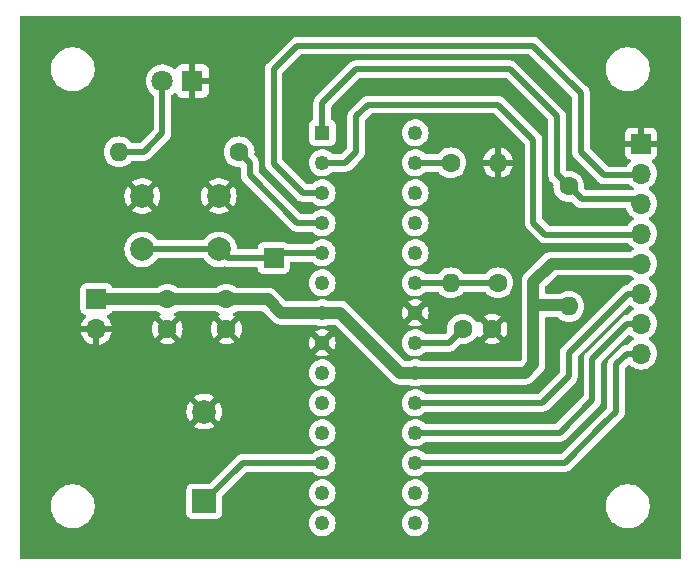
<source format=gbr>
%TF.GenerationSoftware,KiCad,Pcbnew,8.0.1*%
%TF.CreationDate,2024-05-30T23:22:24+02:00*%
%TF.ProjectId,TemperatureMonitoring,54656d70-6572-4617-9475-72654d6f6e69,v0.2*%
%TF.SameCoordinates,Original*%
%TF.FileFunction,Copper,L1,Top*%
%TF.FilePolarity,Positive*%
%FSLAX46Y46*%
G04 Gerber Fmt 4.6, Leading zero omitted, Abs format (unit mm)*
G04 Created by KiCad (PCBNEW 8.0.1) date 2024-05-30 23:22:24*
%MOMM*%
%LPD*%
G01*
G04 APERTURE LIST*
%TA.AperFunction,ComponentPad*%
%ADD10R,1.700000X1.700000*%
%TD*%
%TA.AperFunction,ComponentPad*%
%ADD11O,1.700000X1.700000*%
%TD*%
%TA.AperFunction,ComponentPad*%
%ADD12C,1.600000*%
%TD*%
%TA.AperFunction,ComponentPad*%
%ADD13O,1.600000X1.600000*%
%TD*%
%TA.AperFunction,ComponentPad*%
%ADD14R,1.250000X1.250000*%
%TD*%
%TA.AperFunction,ComponentPad*%
%ADD15C,1.250000*%
%TD*%
%TA.AperFunction,ComponentPad*%
%ADD16C,2.000000*%
%TD*%
%TA.AperFunction,ComponentPad*%
%ADD17R,2.000000X2.000000*%
%TD*%
%TA.AperFunction,ComponentPad*%
%ADD18R,1.800000X1.800000*%
%TD*%
%TA.AperFunction,ComponentPad*%
%ADD19C,1.800000*%
%TD*%
%TA.AperFunction,ViaPad*%
%ADD20C,0.600000*%
%TD*%
%TA.AperFunction,Conductor*%
%ADD21C,1.000000*%
%TD*%
%TA.AperFunction,Conductor*%
%ADD22C,0.500000*%
%TD*%
G04 APERTURE END LIST*
D10*
X153126000Y-91300000D03*
D11*
X153126000Y-93840000D03*
X153126000Y-96380000D03*
X153126000Y-98920000D03*
X153126000Y-101460000D03*
X153126000Y-104000000D03*
X153126000Y-106540000D03*
X153126000Y-109080000D03*
D12*
X140500000Y-107000000D03*
X138000000Y-107000000D03*
X137000000Y-92920000D03*
D13*
X137000000Y-103080000D03*
D12*
X119080000Y-92000000D03*
D13*
X108920000Y-92000000D03*
D14*
X126126000Y-90380000D03*
D15*
X126126000Y-92920000D03*
X126126000Y-95460000D03*
X126126000Y-98000000D03*
X126126000Y-100540000D03*
X126126000Y-103080000D03*
X126126000Y-105620000D03*
X126126000Y-108160000D03*
X126126000Y-110700000D03*
X126126000Y-113240000D03*
X126126000Y-115780000D03*
X126126000Y-118320000D03*
X126126000Y-120860000D03*
X126126000Y-123400000D03*
X134000000Y-123400000D03*
X134000000Y-120860000D03*
X134000000Y-118320000D03*
X134000000Y-115780000D03*
X134000000Y-113240000D03*
X134000000Y-110700000D03*
X134000000Y-108160000D03*
X134000000Y-105620000D03*
X134000000Y-103080000D03*
X134000000Y-100540000D03*
X134000000Y-98000000D03*
X134000000Y-95460000D03*
X134000000Y-92920000D03*
X134000000Y-90380000D03*
D10*
X122000000Y-101000000D03*
D12*
X118000000Y-104500000D03*
X118000000Y-107000000D03*
X141000000Y-103080000D03*
D13*
X141000000Y-92920000D03*
D16*
X117376000Y-100250000D03*
X110876000Y-100250000D03*
X117376000Y-95750000D03*
X110876000Y-95750000D03*
D12*
X147000000Y-94920000D03*
D13*
X147000000Y-105080000D03*
D12*
X113000000Y-104500000D03*
X113000000Y-107000000D03*
D10*
X107000000Y-104460000D03*
D11*
X107000000Y-107000000D03*
D17*
X116126000Y-121600000D03*
D16*
X116126000Y-114000000D03*
D18*
X115126000Y-86000000D03*
D19*
X112586000Y-86000000D03*
D20*
X146000000Y-107000000D03*
X147000000Y-107000000D03*
X149000000Y-103000000D03*
X146000000Y-109000000D03*
X149000000Y-104000000D03*
X150000000Y-103000000D03*
D21*
X126126000Y-105620000D02*
X127620000Y-105620000D01*
X145540000Y-101460000D02*
X153126000Y-101460000D01*
X146920000Y-105000000D02*
X147000000Y-105080000D01*
X118000000Y-104500000D02*
X113000000Y-104500000D01*
X144000000Y-105000000D02*
X144000000Y-103000000D01*
X132700000Y-110700000D02*
X134000000Y-110700000D01*
X144000000Y-103000000D02*
X145540000Y-101460000D01*
X144000000Y-110000000D02*
X144000000Y-105000000D01*
X113000000Y-104500000D02*
X107040000Y-104500000D01*
X122620000Y-105620000D02*
X121500000Y-104500000D01*
X143300000Y-110700000D02*
X144000000Y-110000000D01*
X144000000Y-105000000D02*
X146920000Y-105000000D01*
X107040000Y-104500000D02*
X107000000Y-104460000D01*
X134000000Y-110700000D02*
X143300000Y-110700000D01*
X126126000Y-105620000D02*
X122620000Y-105620000D01*
X127620000Y-105620000D02*
X132700000Y-110700000D01*
X121500000Y-104500000D02*
X118000000Y-104500000D01*
D22*
X136840000Y-108160000D02*
X138000000Y-107000000D01*
X134000000Y-108160000D02*
X136840000Y-108160000D01*
X111000000Y-92000000D02*
X108920000Y-92000000D01*
X112586000Y-90414000D02*
X111000000Y-92000000D01*
X112586000Y-86000000D02*
X112586000Y-90414000D01*
X144000000Y-98000000D02*
X145000000Y-99000000D01*
X129000000Y-92000000D02*
X129000000Y-89000000D01*
X126126000Y-92920000D02*
X128080000Y-92920000D01*
X144000000Y-91000000D02*
X144000000Y-98000000D01*
X141000000Y-88000000D02*
X144000000Y-91000000D01*
X128080000Y-92920000D02*
X129000000Y-92000000D01*
X145000000Y-99000000D02*
X153046000Y-99000000D01*
X153046000Y-99000000D02*
X153126000Y-98920000D01*
X130000000Y-88000000D02*
X141000000Y-88000000D01*
X129000000Y-89000000D02*
X130000000Y-88000000D01*
X122000000Y-93000000D02*
X122000000Y-85000000D01*
X122000000Y-85000000D02*
X124000000Y-83000000D01*
X148000000Y-92000000D02*
X150000000Y-94000000D01*
X124000000Y-83000000D02*
X144000000Y-83000000D01*
X150000000Y-94000000D02*
X152966000Y-94000000D01*
X126126000Y-95460000D02*
X124460000Y-95460000D01*
X124460000Y-95460000D02*
X122000000Y-93000000D01*
X144000000Y-83000000D02*
X148000000Y-87000000D01*
X152966000Y-94000000D02*
X153126000Y-93840000D01*
X148000000Y-87000000D02*
X148000000Y-92000000D01*
X151000000Y-110000000D02*
X151000000Y-114000000D01*
X146680000Y-118320000D02*
X134000000Y-118320000D01*
X153126000Y-109080000D02*
X151920000Y-109080000D01*
X151000000Y-114000000D02*
X150000000Y-115000000D01*
X150000000Y-115000000D02*
X146680000Y-118320000D01*
X151920000Y-109080000D02*
X151000000Y-110000000D01*
X134000000Y-115780000D02*
X146220000Y-115780000D01*
X151960000Y-106540000D02*
X153126000Y-106540000D01*
X149000000Y-113000000D02*
X149000000Y-109500000D01*
X149000000Y-109500000D02*
X151960000Y-106540000D01*
X146220000Y-115780000D02*
X149000000Y-113000000D01*
X126126000Y-87874000D02*
X129000000Y-85000000D01*
X148080000Y-96000000D02*
X152746000Y-96000000D01*
X147000000Y-94920000D02*
X148080000Y-96000000D01*
X129000000Y-85000000D02*
X142000000Y-85000000D01*
X146000000Y-89000000D02*
X146000000Y-94000000D01*
X146080000Y-94000000D02*
X147000000Y-94920000D01*
X126126000Y-90380000D02*
X126126000Y-87874000D01*
X142000000Y-85000000D02*
X146000000Y-89000000D01*
X152746000Y-96000000D02*
X153126000Y-96380000D01*
X146000000Y-94000000D02*
X146080000Y-94000000D01*
X134000000Y-92920000D02*
X137000000Y-92920000D01*
X152000000Y-104000000D02*
X153126000Y-104000000D01*
X147000000Y-109000000D02*
X152000000Y-104000000D01*
X144760000Y-113240000D02*
X147000000Y-111000000D01*
X134000000Y-113240000D02*
X144760000Y-113240000D01*
X147000000Y-111000000D02*
X147000000Y-109000000D01*
X126126000Y-118320000D02*
X119406000Y-118320000D01*
X119406000Y-118320000D02*
X116126000Y-121600000D01*
X134000000Y-103080000D02*
X137000000Y-103080000D01*
X137000000Y-103080000D02*
X141000000Y-103080000D01*
X124000000Y-98000000D02*
X120000000Y-94000000D01*
X126126000Y-98000000D02*
X124000000Y-98000000D01*
X120000000Y-92920000D02*
X119080000Y-92000000D01*
X120000000Y-94000000D02*
X120000000Y-92920000D01*
X126126000Y-100540000D02*
X122460000Y-100540000D01*
X122000000Y-101000000D02*
X118126000Y-101000000D01*
X117376000Y-100250000D02*
X110876000Y-100250000D01*
X122460000Y-100540000D02*
X122000000Y-101000000D01*
X118126000Y-101000000D02*
X117376000Y-100250000D01*
%TA.AperFunction,Conductor*%
G36*
X156442539Y-80520185D02*
G01*
X156488294Y-80572989D01*
X156499500Y-80624500D01*
X156499500Y-126375500D01*
X156479815Y-126442539D01*
X156427011Y-126488294D01*
X156375500Y-126499500D01*
X100624500Y-126499500D01*
X100557461Y-126479815D01*
X100511706Y-126427011D01*
X100500500Y-126375500D01*
X100500500Y-122121288D01*
X103149500Y-122121288D01*
X103181161Y-122361785D01*
X103243947Y-122596104D01*
X103290082Y-122707483D01*
X103336776Y-122820212D01*
X103458064Y-123030289D01*
X103458066Y-123030292D01*
X103458067Y-123030293D01*
X103605733Y-123222736D01*
X103605739Y-123222743D01*
X103777256Y-123394260D01*
X103777263Y-123394266D01*
X103784736Y-123400000D01*
X103969711Y-123541936D01*
X104179788Y-123663224D01*
X104403900Y-123756054D01*
X104638211Y-123818838D01*
X104818586Y-123842584D01*
X104878711Y-123850500D01*
X104878712Y-123850500D01*
X105121289Y-123850500D01*
X105169388Y-123844167D01*
X105361789Y-123818838D01*
X105596100Y-123756054D01*
X105820212Y-123663224D01*
X106030289Y-123541936D01*
X106215264Y-123400000D01*
X124995678Y-123400000D01*
X125014923Y-123607691D01*
X125014923Y-123607693D01*
X125014924Y-123607696D01*
X125072006Y-123808319D01*
X125072007Y-123808322D01*
X125164981Y-123995038D01*
X125290682Y-124161493D01*
X125444829Y-124302016D01*
X125622172Y-124411823D01*
X125816673Y-124487173D01*
X126021707Y-124525500D01*
X126021710Y-124525500D01*
X126230290Y-124525500D01*
X126230293Y-124525500D01*
X126435327Y-124487173D01*
X126629828Y-124411823D01*
X126807171Y-124302016D01*
X126961318Y-124161493D01*
X127087019Y-123995038D01*
X127179994Y-123808319D01*
X127237076Y-123607696D01*
X127256322Y-123400000D01*
X132869678Y-123400000D01*
X132888923Y-123607691D01*
X132888923Y-123607693D01*
X132888924Y-123607696D01*
X132946006Y-123808319D01*
X132946007Y-123808322D01*
X133038981Y-123995038D01*
X133164682Y-124161493D01*
X133318829Y-124302016D01*
X133496172Y-124411823D01*
X133690673Y-124487173D01*
X133895707Y-124525500D01*
X133895710Y-124525500D01*
X134104290Y-124525500D01*
X134104293Y-124525500D01*
X134309327Y-124487173D01*
X134503828Y-124411823D01*
X134681171Y-124302016D01*
X134835318Y-124161493D01*
X134961019Y-123995038D01*
X135053994Y-123808319D01*
X135111076Y-123607696D01*
X135130322Y-123400000D01*
X135111076Y-123192304D01*
X135053994Y-122991681D01*
X134961019Y-122804962D01*
X134835318Y-122638507D01*
X134681171Y-122497984D01*
X134503828Y-122388177D01*
X134503827Y-122388176D01*
X134361609Y-122333081D01*
X134309327Y-122312827D01*
X134104293Y-122274500D01*
X133895707Y-122274500D01*
X133690673Y-122312827D01*
X133690670Y-122312827D01*
X133690670Y-122312828D01*
X133496172Y-122388176D01*
X133496171Y-122388177D01*
X133318827Y-122497985D01*
X133164683Y-122638505D01*
X133038981Y-122804961D01*
X132946007Y-122991677D01*
X132888923Y-123192308D01*
X132869678Y-123399999D01*
X132869678Y-123400000D01*
X127256322Y-123400000D01*
X127237076Y-123192304D01*
X127179994Y-122991681D01*
X127087019Y-122804962D01*
X126961318Y-122638507D01*
X126807171Y-122497984D01*
X126629828Y-122388177D01*
X126629827Y-122388176D01*
X126487609Y-122333081D01*
X126435327Y-122312827D01*
X126230293Y-122274500D01*
X126021707Y-122274500D01*
X125816673Y-122312827D01*
X125816670Y-122312827D01*
X125816670Y-122312828D01*
X125622172Y-122388176D01*
X125622171Y-122388177D01*
X125444827Y-122497985D01*
X125290683Y-122638505D01*
X125164981Y-122804961D01*
X125072007Y-122991677D01*
X125014923Y-123192308D01*
X124995678Y-123399999D01*
X124995678Y-123400000D01*
X106215264Y-123400000D01*
X106222738Y-123394265D01*
X106394265Y-123222738D01*
X106541936Y-123030289D01*
X106663224Y-122820212D01*
X106734610Y-122647870D01*
X114625500Y-122647870D01*
X114625501Y-122647876D01*
X114631908Y-122707483D01*
X114682202Y-122842328D01*
X114682206Y-122842335D01*
X114768452Y-122957544D01*
X114768455Y-122957547D01*
X114883664Y-123043793D01*
X114883671Y-123043797D01*
X115018517Y-123094091D01*
X115018516Y-123094091D01*
X115025444Y-123094835D01*
X115078127Y-123100500D01*
X117173872Y-123100499D01*
X117233483Y-123094091D01*
X117368331Y-123043796D01*
X117483546Y-122957546D01*
X117569796Y-122842331D01*
X117620091Y-122707483D01*
X117626500Y-122647873D01*
X117626500Y-122121288D01*
X150149500Y-122121288D01*
X150181161Y-122361785D01*
X150243947Y-122596104D01*
X150290082Y-122707483D01*
X150336776Y-122820212D01*
X150458064Y-123030289D01*
X150458066Y-123030292D01*
X150458067Y-123030293D01*
X150605733Y-123222736D01*
X150605739Y-123222743D01*
X150777256Y-123394260D01*
X150777263Y-123394266D01*
X150784736Y-123400000D01*
X150969711Y-123541936D01*
X151179788Y-123663224D01*
X151403900Y-123756054D01*
X151638211Y-123818838D01*
X151818586Y-123842584D01*
X151878711Y-123850500D01*
X151878712Y-123850500D01*
X152121289Y-123850500D01*
X152169388Y-123844167D01*
X152361789Y-123818838D01*
X152596100Y-123756054D01*
X152820212Y-123663224D01*
X153030289Y-123541936D01*
X153222738Y-123394265D01*
X153394265Y-123222738D01*
X153541936Y-123030289D01*
X153663224Y-122820212D01*
X153756054Y-122596100D01*
X153818838Y-122361789D01*
X153850500Y-122121288D01*
X153850500Y-121878712D01*
X153818838Y-121638211D01*
X153756054Y-121403900D01*
X153663224Y-121179788D01*
X153541936Y-120969711D01*
X153394265Y-120777262D01*
X153394260Y-120777256D01*
X153222743Y-120605739D01*
X153222736Y-120605733D01*
X153030293Y-120458067D01*
X153030292Y-120458066D01*
X153030289Y-120458064D01*
X152820212Y-120336776D01*
X152820205Y-120336773D01*
X152596104Y-120243947D01*
X152361785Y-120181161D01*
X152121289Y-120149500D01*
X152121288Y-120149500D01*
X151878712Y-120149500D01*
X151878711Y-120149500D01*
X151638214Y-120181161D01*
X151403895Y-120243947D01*
X151179794Y-120336773D01*
X151179785Y-120336777D01*
X150969706Y-120458067D01*
X150777263Y-120605733D01*
X150777256Y-120605739D01*
X150605739Y-120777256D01*
X150605733Y-120777263D01*
X150458067Y-120969706D01*
X150336777Y-121179785D01*
X150336773Y-121179794D01*
X150243947Y-121403895D01*
X150181161Y-121638214D01*
X150149500Y-121878711D01*
X150149500Y-122121288D01*
X117626500Y-122121288D01*
X117626499Y-121212228D01*
X117646184Y-121145190D01*
X117662813Y-121124553D01*
X117927366Y-120860000D01*
X124995678Y-120860000D01*
X125014923Y-121067691D01*
X125014923Y-121067693D01*
X125014924Y-121067696D01*
X125072006Y-121268319D01*
X125164981Y-121455038D01*
X125290682Y-121621493D01*
X125444829Y-121762016D01*
X125622172Y-121871823D01*
X125816673Y-121947173D01*
X126021707Y-121985500D01*
X126021710Y-121985500D01*
X126230290Y-121985500D01*
X126230293Y-121985500D01*
X126435327Y-121947173D01*
X126629828Y-121871823D01*
X126807171Y-121762016D01*
X126961318Y-121621493D01*
X127087019Y-121455038D01*
X127179994Y-121268319D01*
X127237076Y-121067696D01*
X127256322Y-120860000D01*
X132869678Y-120860000D01*
X132888923Y-121067691D01*
X132888923Y-121067693D01*
X132888924Y-121067696D01*
X132946006Y-121268319D01*
X133038981Y-121455038D01*
X133164682Y-121621493D01*
X133318829Y-121762016D01*
X133496172Y-121871823D01*
X133690673Y-121947173D01*
X133895707Y-121985500D01*
X133895710Y-121985500D01*
X134104290Y-121985500D01*
X134104293Y-121985500D01*
X134309327Y-121947173D01*
X134503828Y-121871823D01*
X134681171Y-121762016D01*
X134835318Y-121621493D01*
X134961019Y-121455038D01*
X135053994Y-121268319D01*
X135111076Y-121067696D01*
X135130322Y-120860000D01*
X135111076Y-120652304D01*
X135053994Y-120451681D01*
X134961019Y-120264962D01*
X134835318Y-120098507D01*
X134681171Y-119957984D01*
X134503828Y-119848177D01*
X134503827Y-119848176D01*
X134361609Y-119793081D01*
X134309327Y-119772827D01*
X134104293Y-119734500D01*
X133895707Y-119734500D01*
X133690673Y-119772827D01*
X133690670Y-119772827D01*
X133690670Y-119772828D01*
X133496172Y-119848176D01*
X133496171Y-119848177D01*
X133318827Y-119957985D01*
X133164683Y-120098505D01*
X133038981Y-120264961D01*
X132946007Y-120451677D01*
X132888923Y-120652308D01*
X132869678Y-120859999D01*
X132869678Y-120860000D01*
X127256322Y-120860000D01*
X127237076Y-120652304D01*
X127179994Y-120451681D01*
X127087019Y-120264962D01*
X126961318Y-120098507D01*
X126807171Y-119957984D01*
X126629828Y-119848177D01*
X126629827Y-119848176D01*
X126487609Y-119793081D01*
X126435327Y-119772827D01*
X126230293Y-119734500D01*
X126021707Y-119734500D01*
X125816673Y-119772827D01*
X125816670Y-119772827D01*
X125816670Y-119772828D01*
X125622172Y-119848176D01*
X125622171Y-119848177D01*
X125444827Y-119957985D01*
X125290683Y-120098505D01*
X125164981Y-120264961D01*
X125072007Y-120451677D01*
X125014923Y-120652308D01*
X124995678Y-120859999D01*
X124995678Y-120860000D01*
X117927366Y-120860000D01*
X119680548Y-119106819D01*
X119741871Y-119073334D01*
X119768229Y-119070500D01*
X125230585Y-119070500D01*
X125297624Y-119090185D01*
X125314123Y-119102863D01*
X125318463Y-119106819D01*
X125444829Y-119222016D01*
X125622172Y-119331823D01*
X125816673Y-119407173D01*
X126021707Y-119445500D01*
X126021710Y-119445500D01*
X126230290Y-119445500D01*
X126230293Y-119445500D01*
X126435327Y-119407173D01*
X126629828Y-119331823D01*
X126807171Y-119222016D01*
X126961318Y-119081493D01*
X127087019Y-118915038D01*
X127179994Y-118728319D01*
X127237076Y-118527696D01*
X127256322Y-118320000D01*
X127237076Y-118112304D01*
X127179994Y-117911681D01*
X127087019Y-117724962D01*
X126961318Y-117558507D01*
X126807171Y-117417984D01*
X126629828Y-117308177D01*
X126629827Y-117308176D01*
X126487609Y-117253081D01*
X126435327Y-117232827D01*
X126230293Y-117194500D01*
X126021707Y-117194500D01*
X125816673Y-117232827D01*
X125816670Y-117232827D01*
X125816670Y-117232828D01*
X125622172Y-117308176D01*
X125622171Y-117308177D01*
X125444827Y-117417985D01*
X125314123Y-117537137D01*
X125251319Y-117567754D01*
X125230585Y-117569500D01*
X119332080Y-117569500D01*
X119187092Y-117598340D01*
X119187082Y-117598343D01*
X119050511Y-117654912D01*
X119050498Y-117654919D01*
X118927584Y-117737048D01*
X118927580Y-117737051D01*
X116601450Y-120063181D01*
X116540127Y-120096666D01*
X116513769Y-120099500D01*
X115078129Y-120099500D01*
X115078123Y-120099501D01*
X115018516Y-120105908D01*
X114883671Y-120156202D01*
X114883664Y-120156206D01*
X114768455Y-120242452D01*
X114768452Y-120242455D01*
X114682206Y-120357664D01*
X114682202Y-120357671D01*
X114631908Y-120492517D01*
X114625501Y-120552116D01*
X114625500Y-120552135D01*
X114625500Y-122647870D01*
X106734610Y-122647870D01*
X106756054Y-122596100D01*
X106818838Y-122361789D01*
X106850500Y-122121288D01*
X106850500Y-121878712D01*
X106818838Y-121638211D01*
X106756054Y-121403900D01*
X106663224Y-121179788D01*
X106541936Y-120969711D01*
X106394265Y-120777262D01*
X106394260Y-120777256D01*
X106222743Y-120605739D01*
X106222736Y-120605733D01*
X106030293Y-120458067D01*
X106030292Y-120458066D01*
X106030289Y-120458064D01*
X105820212Y-120336776D01*
X105820205Y-120336773D01*
X105596104Y-120243947D01*
X105361785Y-120181161D01*
X105121289Y-120149500D01*
X105121288Y-120149500D01*
X104878712Y-120149500D01*
X104878711Y-120149500D01*
X104638214Y-120181161D01*
X104403895Y-120243947D01*
X104179794Y-120336773D01*
X104179785Y-120336777D01*
X103969706Y-120458067D01*
X103777263Y-120605733D01*
X103777256Y-120605739D01*
X103605739Y-120777256D01*
X103605733Y-120777263D01*
X103458067Y-120969706D01*
X103336777Y-121179785D01*
X103336773Y-121179794D01*
X103243947Y-121403895D01*
X103181161Y-121638214D01*
X103149500Y-121878711D01*
X103149500Y-122121288D01*
X100500500Y-122121288D01*
X100500500Y-115780000D01*
X124995678Y-115780000D01*
X125014923Y-115987691D01*
X125014923Y-115987693D01*
X125014924Y-115987696D01*
X125072006Y-116188319D01*
X125164981Y-116375038D01*
X125290682Y-116541493D01*
X125444829Y-116682016D01*
X125622172Y-116791823D01*
X125816673Y-116867173D01*
X126021707Y-116905500D01*
X126021710Y-116905500D01*
X126230290Y-116905500D01*
X126230293Y-116905500D01*
X126435327Y-116867173D01*
X126629828Y-116791823D01*
X126807171Y-116682016D01*
X126961318Y-116541493D01*
X127087019Y-116375038D01*
X127179994Y-116188319D01*
X127237076Y-115987696D01*
X127256322Y-115780000D01*
X127237076Y-115572304D01*
X127179994Y-115371681D01*
X127087019Y-115184962D01*
X126961318Y-115018507D01*
X126807171Y-114877984D01*
X126629828Y-114768177D01*
X126629827Y-114768176D01*
X126487609Y-114713081D01*
X126435327Y-114692827D01*
X126230293Y-114654500D01*
X126021707Y-114654500D01*
X125816673Y-114692827D01*
X125816670Y-114692827D01*
X125816670Y-114692828D01*
X125622172Y-114768176D01*
X125622171Y-114768177D01*
X125444827Y-114877985D01*
X125290683Y-115018505D01*
X125164981Y-115184961D01*
X125072007Y-115371677D01*
X125014923Y-115572308D01*
X124995678Y-115779999D01*
X124995678Y-115780000D01*
X100500500Y-115780000D01*
X100500500Y-114000005D01*
X114620859Y-114000005D01*
X114641385Y-114247729D01*
X114641387Y-114247738D01*
X114702412Y-114488717D01*
X114802266Y-114716364D01*
X114902564Y-114869882D01*
X115643037Y-114129409D01*
X115660075Y-114192993D01*
X115725901Y-114307007D01*
X115818993Y-114400099D01*
X115933007Y-114465925D01*
X115996590Y-114482962D01*
X115255942Y-115223609D01*
X115302768Y-115260055D01*
X115302770Y-115260056D01*
X115521385Y-115378364D01*
X115521396Y-115378369D01*
X115756506Y-115459083D01*
X116001707Y-115500000D01*
X116250293Y-115500000D01*
X116495493Y-115459083D01*
X116730603Y-115378369D01*
X116730614Y-115378364D01*
X116949228Y-115260057D01*
X116949231Y-115260055D01*
X116996056Y-115223609D01*
X116255409Y-114482962D01*
X116318993Y-114465925D01*
X116433007Y-114400099D01*
X116526099Y-114307007D01*
X116591925Y-114192993D01*
X116608962Y-114129410D01*
X117349434Y-114869882D01*
X117449731Y-114716369D01*
X117549587Y-114488717D01*
X117610612Y-114247738D01*
X117610614Y-114247729D01*
X117631141Y-114000005D01*
X117631141Y-113999994D01*
X117610614Y-113752270D01*
X117610612Y-113752261D01*
X117549587Y-113511282D01*
X117449731Y-113283630D01*
X117421226Y-113240000D01*
X124995678Y-113240000D01*
X125014923Y-113447691D01*
X125014923Y-113447693D01*
X125014924Y-113447696D01*
X125072006Y-113648319D01*
X125072007Y-113648322D01*
X125123763Y-113752261D01*
X125164981Y-113835038D01*
X125290682Y-114001493D01*
X125444829Y-114142016D01*
X125622172Y-114251823D01*
X125816673Y-114327173D01*
X126021707Y-114365500D01*
X126021710Y-114365500D01*
X126230290Y-114365500D01*
X126230293Y-114365500D01*
X126435327Y-114327173D01*
X126629828Y-114251823D01*
X126807171Y-114142016D01*
X126961318Y-114001493D01*
X127087019Y-113835038D01*
X127179994Y-113648319D01*
X127237076Y-113447696D01*
X127256322Y-113240000D01*
X127237076Y-113032304D01*
X127179994Y-112831681D01*
X127087019Y-112644962D01*
X126961318Y-112478507D01*
X126807171Y-112337984D01*
X126629828Y-112228177D01*
X126629827Y-112228176D01*
X126487609Y-112173081D01*
X126435327Y-112152827D01*
X126230293Y-112114500D01*
X126021707Y-112114500D01*
X125816673Y-112152827D01*
X125816670Y-112152827D01*
X125816670Y-112152828D01*
X125622172Y-112228176D01*
X125622171Y-112228177D01*
X125444827Y-112337985D01*
X125290683Y-112478505D01*
X125164981Y-112644961D01*
X125072007Y-112831677D01*
X125014923Y-113032308D01*
X124995678Y-113239999D01*
X124995678Y-113240000D01*
X117421226Y-113240000D01*
X117349434Y-113130116D01*
X116608962Y-113870589D01*
X116591925Y-113807007D01*
X116526099Y-113692993D01*
X116433007Y-113599901D01*
X116318993Y-113534075D01*
X116255410Y-113517037D01*
X116996057Y-112776390D01*
X116996056Y-112776389D01*
X116949229Y-112739943D01*
X116730614Y-112621635D01*
X116730603Y-112621630D01*
X116495493Y-112540916D01*
X116250293Y-112500000D01*
X116001707Y-112500000D01*
X115756506Y-112540916D01*
X115521396Y-112621630D01*
X115521390Y-112621632D01*
X115302761Y-112739949D01*
X115255942Y-112776388D01*
X115255942Y-112776390D01*
X115996590Y-113517037D01*
X115933007Y-113534075D01*
X115818993Y-113599901D01*
X115725901Y-113692993D01*
X115660075Y-113807007D01*
X115643037Y-113870589D01*
X114902564Y-113130116D01*
X114802267Y-113283632D01*
X114702412Y-113511282D01*
X114641387Y-113752261D01*
X114641385Y-113752270D01*
X114620859Y-113999994D01*
X114620859Y-114000005D01*
X100500500Y-114000005D01*
X100500500Y-110700000D01*
X124995678Y-110700000D01*
X125014923Y-110907691D01*
X125014923Y-110907693D01*
X125014924Y-110907696D01*
X125072006Y-111108319D01*
X125164981Y-111295038D01*
X125290682Y-111461493D01*
X125444829Y-111602016D01*
X125622172Y-111711823D01*
X125816673Y-111787173D01*
X126021707Y-111825500D01*
X126021710Y-111825500D01*
X126230290Y-111825500D01*
X126230293Y-111825500D01*
X126435327Y-111787173D01*
X126629828Y-111711823D01*
X126807171Y-111602016D01*
X126961318Y-111461493D01*
X127087019Y-111295038D01*
X127179994Y-111108319D01*
X127237076Y-110907696D01*
X127256322Y-110700000D01*
X127237076Y-110492304D01*
X127179994Y-110291681D01*
X127087019Y-110104962D01*
X126961318Y-109938507D01*
X126947688Y-109926082D01*
X126807172Y-109797985D01*
X126807171Y-109797984D01*
X126629828Y-109688177D01*
X126629827Y-109688176D01*
X126487609Y-109633081D01*
X126435327Y-109612827D01*
X126230293Y-109574500D01*
X126021707Y-109574500D01*
X125816673Y-109612827D01*
X125816670Y-109612827D01*
X125816670Y-109612828D01*
X125622172Y-109688176D01*
X125622171Y-109688177D01*
X125444827Y-109797985D01*
X125290683Y-109938505D01*
X125164981Y-110104961D01*
X125072007Y-110291677D01*
X125072006Y-110291681D01*
X125020157Y-110473914D01*
X125014923Y-110492308D01*
X124995678Y-110699999D01*
X124995678Y-110700000D01*
X100500500Y-110700000D01*
X100500500Y-105357870D01*
X105649500Y-105357870D01*
X105649501Y-105357876D01*
X105655908Y-105417483D01*
X105706202Y-105552328D01*
X105706206Y-105552335D01*
X105792452Y-105667544D01*
X105792455Y-105667547D01*
X105907664Y-105753793D01*
X105907671Y-105753797D01*
X105961128Y-105773735D01*
X106039598Y-105803002D01*
X106095531Y-105844873D01*
X106119949Y-105910337D01*
X106105098Y-105978610D01*
X106083947Y-106006865D01*
X105961886Y-106128926D01*
X105826400Y-106322420D01*
X105826399Y-106322422D01*
X105726570Y-106536507D01*
X105726567Y-106536513D01*
X105669364Y-106749999D01*
X105669364Y-106750000D01*
X106566988Y-106750000D01*
X106534075Y-106807007D01*
X106500000Y-106934174D01*
X106500000Y-107065826D01*
X106534075Y-107192993D01*
X106566988Y-107250000D01*
X105669364Y-107250000D01*
X105726567Y-107463486D01*
X105726570Y-107463492D01*
X105826399Y-107677578D01*
X105961894Y-107871082D01*
X106128917Y-108038105D01*
X106322421Y-108173600D01*
X106536507Y-108273429D01*
X106536516Y-108273433D01*
X106750000Y-108330634D01*
X106750000Y-107433012D01*
X106807007Y-107465925D01*
X106934174Y-107500000D01*
X107065826Y-107500000D01*
X107192993Y-107465925D01*
X107250000Y-107433012D01*
X107250000Y-108330633D01*
X107463483Y-108273433D01*
X107463492Y-108273429D01*
X107677578Y-108173600D01*
X107871082Y-108038105D01*
X108038105Y-107871082D01*
X108173600Y-107677578D01*
X108273429Y-107463492D01*
X108273432Y-107463486D01*
X108330636Y-107250000D01*
X107433012Y-107250000D01*
X107465925Y-107192993D01*
X107500000Y-107065826D01*
X107500000Y-106934174D01*
X107465925Y-106807007D01*
X107433012Y-106750000D01*
X108330636Y-106750000D01*
X108330635Y-106749999D01*
X108273432Y-106536513D01*
X108273429Y-106536507D01*
X108173600Y-106322422D01*
X108173599Y-106322420D01*
X108038113Y-106128926D01*
X108038108Y-106128920D01*
X107916053Y-106006865D01*
X107882568Y-105945542D01*
X107887552Y-105875850D01*
X107929424Y-105819917D01*
X107960400Y-105803002D01*
X108092331Y-105753796D01*
X108207546Y-105667546D01*
X108293796Y-105552331D01*
X108293796Y-105552329D01*
X108295399Y-105550189D01*
X108351333Y-105508318D01*
X108394666Y-105500500D01*
X112122412Y-105500500D01*
X112189451Y-105520185D01*
X112193523Y-105522917D01*
X112347266Y-105630568D01*
X112362975Y-105637893D01*
X112415414Y-105684064D01*
X112434567Y-105751257D01*
X112414352Y-105818138D01*
X112362979Y-105862656D01*
X112347514Y-105869867D01*
X112347512Y-105869868D01*
X112274526Y-105920973D01*
X112274526Y-105920974D01*
X112953553Y-106600000D01*
X112947339Y-106600000D01*
X112845606Y-106627259D01*
X112754394Y-106679920D01*
X112679920Y-106754394D01*
X112627259Y-106845606D01*
X112600000Y-106947339D01*
X112600000Y-106953552D01*
X111920974Y-106274526D01*
X111920973Y-106274526D01*
X111869868Y-106347512D01*
X111869866Y-106347516D01*
X111773734Y-106553673D01*
X111773730Y-106553682D01*
X111714860Y-106773389D01*
X111714858Y-106773400D01*
X111695034Y-106999997D01*
X111695034Y-107000002D01*
X111714858Y-107226599D01*
X111714860Y-107226610D01*
X111773730Y-107446317D01*
X111773735Y-107446331D01*
X111869863Y-107652478D01*
X111920974Y-107725472D01*
X112600000Y-107046446D01*
X112600000Y-107052661D01*
X112627259Y-107154394D01*
X112679920Y-107245606D01*
X112754394Y-107320080D01*
X112845606Y-107372741D01*
X112947339Y-107400000D01*
X112953553Y-107400000D01*
X112274526Y-108079025D01*
X112347513Y-108130132D01*
X112347521Y-108130136D01*
X112553668Y-108226264D01*
X112553682Y-108226269D01*
X112773389Y-108285139D01*
X112773400Y-108285141D01*
X112999998Y-108304966D01*
X113000002Y-108304966D01*
X113226599Y-108285141D01*
X113226610Y-108285139D01*
X113446317Y-108226269D01*
X113446331Y-108226264D01*
X113652478Y-108130136D01*
X113725471Y-108079024D01*
X113046447Y-107400000D01*
X113052661Y-107400000D01*
X113154394Y-107372741D01*
X113245606Y-107320080D01*
X113320080Y-107245606D01*
X113372741Y-107154394D01*
X113400000Y-107052661D01*
X113400000Y-107046447D01*
X114079024Y-107725471D01*
X114130136Y-107652478D01*
X114226264Y-107446331D01*
X114226269Y-107446317D01*
X114285139Y-107226610D01*
X114285141Y-107226599D01*
X114304966Y-107000002D01*
X114304966Y-106999997D01*
X114285141Y-106773400D01*
X114285139Y-106773389D01*
X114226269Y-106553682D01*
X114226264Y-106553668D01*
X114130136Y-106347521D01*
X114130132Y-106347513D01*
X114079025Y-106274526D01*
X113400000Y-106953551D01*
X113400000Y-106947339D01*
X113372741Y-106845606D01*
X113320080Y-106754394D01*
X113245606Y-106679920D01*
X113154394Y-106627259D01*
X113052661Y-106600000D01*
X113046448Y-106600000D01*
X113725472Y-105920974D01*
X113652480Y-105869864D01*
X113637024Y-105862657D01*
X113584585Y-105816484D01*
X113565433Y-105749290D01*
X113585649Y-105682409D01*
X113637023Y-105637893D01*
X113652734Y-105630568D01*
X113806465Y-105522924D01*
X113872671Y-105500598D01*
X113877588Y-105500500D01*
X117122412Y-105500500D01*
X117189451Y-105520185D01*
X117193523Y-105522917D01*
X117347266Y-105630568D01*
X117362975Y-105637893D01*
X117415414Y-105684064D01*
X117434567Y-105751257D01*
X117414352Y-105818138D01*
X117362979Y-105862656D01*
X117347514Y-105869867D01*
X117347512Y-105869868D01*
X117274526Y-105920973D01*
X117274526Y-105920974D01*
X117953553Y-106600000D01*
X117947339Y-106600000D01*
X117845606Y-106627259D01*
X117754394Y-106679920D01*
X117679920Y-106754394D01*
X117627259Y-106845606D01*
X117600000Y-106947339D01*
X117600000Y-106953552D01*
X116920974Y-106274526D01*
X116920973Y-106274526D01*
X116869868Y-106347512D01*
X116869866Y-106347516D01*
X116773734Y-106553673D01*
X116773730Y-106553682D01*
X116714860Y-106773389D01*
X116714858Y-106773400D01*
X116695034Y-106999997D01*
X116695034Y-107000002D01*
X116714858Y-107226599D01*
X116714860Y-107226610D01*
X116773730Y-107446317D01*
X116773735Y-107446331D01*
X116869863Y-107652478D01*
X116920974Y-107725472D01*
X117600000Y-107046446D01*
X117600000Y-107052661D01*
X117627259Y-107154394D01*
X117679920Y-107245606D01*
X117754394Y-107320080D01*
X117845606Y-107372741D01*
X117947339Y-107400000D01*
X117953553Y-107400000D01*
X117274526Y-108079025D01*
X117347513Y-108130132D01*
X117347521Y-108130136D01*
X117553668Y-108226264D01*
X117553682Y-108226269D01*
X117773389Y-108285139D01*
X117773400Y-108285141D01*
X117999998Y-108304966D01*
X118000002Y-108304966D01*
X118226599Y-108285141D01*
X118226610Y-108285139D01*
X118446317Y-108226269D01*
X118446331Y-108226264D01*
X118588434Y-108160000D01*
X124996180Y-108160000D01*
X125015416Y-108367603D01*
X125015417Y-108367605D01*
X125072472Y-108568133D01*
X125072478Y-108568148D01*
X125165406Y-108754771D01*
X125165409Y-108754776D01*
X125170684Y-108761760D01*
X125170685Y-108761760D01*
X125712439Y-108220007D01*
X125739282Y-108320184D01*
X125793917Y-108414816D01*
X125871184Y-108492083D01*
X125965816Y-108546718D01*
X126065992Y-108573560D01*
X125527151Y-109112399D01*
X125622394Y-109171372D01*
X125622396Y-109171373D01*
X125816802Y-109246686D01*
X125816812Y-109246689D01*
X126021756Y-109285000D01*
X126230244Y-109285000D01*
X126435187Y-109246689D01*
X126435197Y-109246686D01*
X126629603Y-109171373D01*
X126629607Y-109171371D01*
X126724846Y-109112400D01*
X126724846Y-109112399D01*
X126186008Y-108573560D01*
X126286184Y-108546718D01*
X126380816Y-108492083D01*
X126458083Y-108414816D01*
X126512718Y-108320184D01*
X126539560Y-108220008D01*
X127081313Y-108761761D01*
X127081313Y-108761760D01*
X127086593Y-108754771D01*
X127179521Y-108568148D01*
X127179527Y-108568133D01*
X127236582Y-108367605D01*
X127236583Y-108367603D01*
X127255820Y-108160000D01*
X127255820Y-108159999D01*
X127236583Y-107952396D01*
X127236582Y-107952394D01*
X127179527Y-107751866D01*
X127179521Y-107751851D01*
X127086593Y-107565227D01*
X127081313Y-107558238D01*
X126539560Y-108099991D01*
X126512718Y-107999816D01*
X126458083Y-107905184D01*
X126380816Y-107827917D01*
X126286184Y-107773282D01*
X126186008Y-107746439D01*
X126724847Y-107207599D01*
X126629602Y-107148626D01*
X126629601Y-107148625D01*
X126435197Y-107073313D01*
X126435187Y-107073310D01*
X126230244Y-107035000D01*
X126021756Y-107035000D01*
X125816812Y-107073310D01*
X125816811Y-107073310D01*
X125622398Y-107148625D01*
X125622392Y-107148629D01*
X125527152Y-107207598D01*
X125527151Y-107207599D01*
X126065992Y-107746439D01*
X125965816Y-107773282D01*
X125871184Y-107827917D01*
X125793917Y-107905184D01*
X125739282Y-107999816D01*
X125712439Y-108099991D01*
X125170685Y-107558237D01*
X125165412Y-107565219D01*
X125165404Y-107565232D01*
X125072478Y-107751851D01*
X125072472Y-107751866D01*
X125015417Y-107952394D01*
X125015416Y-107952396D01*
X124996180Y-108159999D01*
X124996180Y-108160000D01*
X118588434Y-108160000D01*
X118652478Y-108130136D01*
X118725471Y-108079024D01*
X118046447Y-107400000D01*
X118052661Y-107400000D01*
X118154394Y-107372741D01*
X118245606Y-107320080D01*
X118320080Y-107245606D01*
X118372741Y-107154394D01*
X118400000Y-107052661D01*
X118400000Y-107046447D01*
X119079024Y-107725471D01*
X119130136Y-107652478D01*
X119226264Y-107446331D01*
X119226269Y-107446317D01*
X119285139Y-107226610D01*
X119285141Y-107226599D01*
X119304966Y-107000002D01*
X119304966Y-106999997D01*
X119285141Y-106773400D01*
X119285139Y-106773389D01*
X119226269Y-106553682D01*
X119226264Y-106553668D01*
X119130136Y-106347521D01*
X119130132Y-106347513D01*
X119079025Y-106274526D01*
X118400000Y-106953551D01*
X118400000Y-106947339D01*
X118372741Y-106845606D01*
X118320080Y-106754394D01*
X118245606Y-106679920D01*
X118154394Y-106627259D01*
X118052661Y-106600000D01*
X118046448Y-106600000D01*
X118725472Y-105920974D01*
X118652480Y-105869864D01*
X118637024Y-105862657D01*
X118584585Y-105816484D01*
X118565433Y-105749290D01*
X118585649Y-105682409D01*
X118637023Y-105637893D01*
X118652734Y-105630568D01*
X118806465Y-105522924D01*
X118872671Y-105500598D01*
X118877588Y-105500500D01*
X121034218Y-105500500D01*
X121101257Y-105520185D01*
X121121899Y-105536819D01*
X121839735Y-106254655D01*
X121839764Y-106254686D01*
X121982214Y-106397136D01*
X121982218Y-106397139D01*
X122146079Y-106506628D01*
X122146086Y-106506632D01*
X122259246Y-106553504D01*
X122328164Y-106582051D01*
X122424812Y-106601275D01*
X122473135Y-106610887D01*
X122521458Y-106620500D01*
X122521459Y-106620500D01*
X122521460Y-106620500D01*
X122718540Y-106620500D01*
X125570267Y-106620500D01*
X125616222Y-106631310D01*
X125616826Y-106629752D01*
X125622172Y-106631823D01*
X125816673Y-106707173D01*
X126021707Y-106745500D01*
X126021710Y-106745500D01*
X126230290Y-106745500D01*
X126230293Y-106745500D01*
X126435327Y-106707173D01*
X126629828Y-106631823D01*
X126629827Y-106631823D01*
X126635174Y-106629752D01*
X126635777Y-106631310D01*
X126681733Y-106620500D01*
X127154218Y-106620500D01*
X127221257Y-106640185D01*
X127241899Y-106656819D01*
X131919735Y-111334655D01*
X131919764Y-111334686D01*
X132062214Y-111477136D01*
X132062218Y-111477139D01*
X132226079Y-111586628D01*
X132226092Y-111586635D01*
X132354833Y-111639961D01*
X132397744Y-111657735D01*
X132408164Y-111662051D01*
X132504812Y-111681275D01*
X132553135Y-111690887D01*
X132601458Y-111700500D01*
X132601459Y-111700500D01*
X132601460Y-111700500D01*
X132798540Y-111700500D01*
X133444267Y-111700500D01*
X133490222Y-111711310D01*
X133490826Y-111709752D01*
X133496172Y-111711823D01*
X133690673Y-111787173D01*
X133895707Y-111825500D01*
X133895710Y-111825500D01*
X134104290Y-111825500D01*
X134104293Y-111825500D01*
X134309327Y-111787173D01*
X134503828Y-111711823D01*
X134503827Y-111711823D01*
X134509174Y-111709752D01*
X134509777Y-111711310D01*
X134555733Y-111700500D01*
X143398542Y-111700500D01*
X143417870Y-111696655D01*
X143495188Y-111681275D01*
X143591836Y-111662051D01*
X143645165Y-111639961D01*
X143773914Y-111586632D01*
X143937782Y-111477139D01*
X144077139Y-111337782D01*
X144077139Y-111337780D01*
X144087347Y-111327573D01*
X144087348Y-111327570D01*
X144777139Y-110637782D01*
X144795815Y-110609831D01*
X144863389Y-110508698D01*
X144886627Y-110473922D01*
X144886628Y-110473919D01*
X144886632Y-110473914D01*
X144932894Y-110362228D01*
X144936342Y-110353904D01*
X144962049Y-110291840D01*
X144962051Y-110291836D01*
X145000500Y-110098541D01*
X145000500Y-109901460D01*
X145000500Y-106124500D01*
X145020185Y-106057461D01*
X145072989Y-106011706D01*
X145124500Y-106000500D01*
X146029952Y-106000500D01*
X146096991Y-106020185D01*
X146117634Y-106036820D01*
X146160859Y-106080046D01*
X146230668Y-106128926D01*
X146347266Y-106210568D01*
X146553504Y-106306739D01*
X146773308Y-106365635D01*
X146935230Y-106379801D01*
X146999998Y-106385468D01*
X147000000Y-106385468D01*
X147000002Y-106385468D01*
X147056673Y-106380509D01*
X147226692Y-106365635D01*
X147446496Y-106306739D01*
X147652734Y-106210568D01*
X147839139Y-106080047D01*
X148000047Y-105919139D01*
X148130568Y-105732734D01*
X148226739Y-105526496D01*
X148285635Y-105306692D01*
X148305468Y-105080000D01*
X148285635Y-104853308D01*
X148226739Y-104633504D01*
X148130568Y-104427266D01*
X148000047Y-104240861D01*
X148000045Y-104240858D01*
X147839141Y-104079954D01*
X147652734Y-103949432D01*
X147652732Y-103949431D01*
X147446497Y-103853261D01*
X147446488Y-103853258D01*
X147226697Y-103794366D01*
X147226693Y-103794365D01*
X147226692Y-103794365D01*
X147226691Y-103794364D01*
X147226686Y-103794364D01*
X147000002Y-103774532D01*
X146999998Y-103774532D01*
X146773313Y-103794364D01*
X146773302Y-103794366D01*
X146553511Y-103853258D01*
X146553502Y-103853261D01*
X146347267Y-103949431D01*
X146347265Y-103949432D01*
X146322015Y-103967112D01*
X146307786Y-103977075D01*
X146241582Y-103999402D01*
X146236665Y-103999500D01*
X145124500Y-103999500D01*
X145057461Y-103979815D01*
X145011706Y-103927011D01*
X145000500Y-103875500D01*
X145000500Y-103465782D01*
X145020185Y-103398743D01*
X145036819Y-103378101D01*
X145918101Y-102496819D01*
X145979424Y-102463334D01*
X146005782Y-102460500D01*
X152165242Y-102460500D01*
X152232281Y-102480185D01*
X152252923Y-102496819D01*
X152254597Y-102498493D01*
X152254603Y-102498498D01*
X152440158Y-102628425D01*
X152483783Y-102683002D01*
X152490977Y-102752500D01*
X152459454Y-102814855D01*
X152440158Y-102831575D01*
X152254597Y-102961505D01*
X152087506Y-103128596D01*
X152039874Y-103196623D01*
X151985297Y-103240248D01*
X151938299Y-103249500D01*
X151926080Y-103249500D01*
X151781092Y-103278340D01*
X151781082Y-103278343D01*
X151644509Y-103334913D01*
X151644507Y-103334914D01*
X151603645Y-103362218D01*
X151603643Y-103362219D01*
X151521589Y-103417043D01*
X151521584Y-103417047D01*
X146417047Y-108521584D01*
X146417043Y-108521589D01*
X146368896Y-108593650D01*
X146368895Y-108593652D01*
X146353739Y-108616335D01*
X146334916Y-108644504D01*
X146334912Y-108644511D01*
X146278343Y-108781082D01*
X146278340Y-108781092D01*
X146249500Y-108926079D01*
X146249500Y-110637770D01*
X146229815Y-110704809D01*
X146213181Y-110725451D01*
X144485451Y-112453181D01*
X144424128Y-112486666D01*
X144397770Y-112489500D01*
X134895415Y-112489500D01*
X134828376Y-112469815D01*
X134811877Y-112457137D01*
X134681172Y-112337985D01*
X134681171Y-112337984D01*
X134503828Y-112228177D01*
X134503827Y-112228176D01*
X134361609Y-112173081D01*
X134309327Y-112152827D01*
X134104293Y-112114500D01*
X133895707Y-112114500D01*
X133690673Y-112152827D01*
X133690670Y-112152827D01*
X133690670Y-112152828D01*
X133496172Y-112228176D01*
X133496171Y-112228177D01*
X133318827Y-112337985D01*
X133164683Y-112478505D01*
X133038981Y-112644961D01*
X132946007Y-112831677D01*
X132888923Y-113032308D01*
X132869678Y-113239999D01*
X132869678Y-113240000D01*
X132888923Y-113447691D01*
X132888923Y-113447693D01*
X132888924Y-113447696D01*
X132946006Y-113648319D01*
X132946007Y-113648322D01*
X132997763Y-113752261D01*
X133038981Y-113835038D01*
X133164682Y-114001493D01*
X133318829Y-114142016D01*
X133496172Y-114251823D01*
X133690673Y-114327173D01*
X133895707Y-114365500D01*
X133895710Y-114365500D01*
X134104290Y-114365500D01*
X134104293Y-114365500D01*
X134309327Y-114327173D01*
X134503828Y-114251823D01*
X134681171Y-114142016D01*
X134764748Y-114065826D01*
X134811877Y-114022863D01*
X134874681Y-113992246D01*
X134895415Y-113990500D01*
X144833920Y-113990500D01*
X144931462Y-113971096D01*
X144978913Y-113961658D01*
X145115495Y-113905084D01*
X145164729Y-113872186D01*
X145238416Y-113822952D01*
X147582951Y-111478416D01*
X147665084Y-111355495D01*
X147721658Y-111218913D01*
X147731096Y-111171462D01*
X147750500Y-111073920D01*
X147750500Y-109362230D01*
X147770185Y-109295191D01*
X147786819Y-109274549D01*
X152051055Y-105010313D01*
X152112378Y-104976828D01*
X152182070Y-104981812D01*
X152226417Y-105010313D01*
X152254597Y-105038493D01*
X152254603Y-105038498D01*
X152440158Y-105168425D01*
X152483783Y-105223002D01*
X152490977Y-105292500D01*
X152459454Y-105354855D01*
X152440158Y-105371575D01*
X152254597Y-105501505D01*
X152087506Y-105668596D01*
X152039874Y-105736623D01*
X151985297Y-105780248D01*
X151938299Y-105789500D01*
X151886080Y-105789500D01*
X151741092Y-105818340D01*
X151741082Y-105818343D01*
X151604511Y-105874912D01*
X151604498Y-105874919D01*
X151481584Y-105957048D01*
X151481580Y-105957051D01*
X148417045Y-109021586D01*
X148390034Y-109062014D01*
X148378017Y-109080000D01*
X148356466Y-109112252D01*
X148334916Y-109144504D01*
X148334912Y-109144511D01*
X148278343Y-109281082D01*
X148278340Y-109281092D01*
X148249500Y-109426079D01*
X148249500Y-112637770D01*
X148229815Y-112704809D01*
X148213181Y-112725451D01*
X145945451Y-114993181D01*
X145884128Y-115026666D01*
X145857770Y-115029500D01*
X134895415Y-115029500D01*
X134828376Y-115009815D01*
X134811877Y-114997137D01*
X134681172Y-114877985D01*
X134681171Y-114877984D01*
X134503828Y-114768177D01*
X134503827Y-114768176D01*
X134361609Y-114713081D01*
X134309327Y-114692827D01*
X134104293Y-114654500D01*
X133895707Y-114654500D01*
X133690673Y-114692827D01*
X133690670Y-114692827D01*
X133690670Y-114692828D01*
X133496172Y-114768176D01*
X133496171Y-114768177D01*
X133318827Y-114877985D01*
X133164683Y-115018505D01*
X133038981Y-115184961D01*
X132946007Y-115371677D01*
X132888923Y-115572308D01*
X132869678Y-115779999D01*
X132869678Y-115780000D01*
X132888923Y-115987691D01*
X132888923Y-115987693D01*
X132888924Y-115987696D01*
X132946006Y-116188319D01*
X133038981Y-116375038D01*
X133164682Y-116541493D01*
X133318829Y-116682016D01*
X133496172Y-116791823D01*
X133690673Y-116867173D01*
X133895707Y-116905500D01*
X133895710Y-116905500D01*
X134104290Y-116905500D01*
X134104293Y-116905500D01*
X134309327Y-116867173D01*
X134503828Y-116791823D01*
X134681171Y-116682016D01*
X134756913Y-116612967D01*
X134811877Y-116562863D01*
X134874681Y-116532246D01*
X134895415Y-116530500D01*
X146293920Y-116530500D01*
X146391462Y-116511096D01*
X146438913Y-116501658D01*
X146575495Y-116445084D01*
X146624729Y-116412186D01*
X146698416Y-116362952D01*
X149582952Y-113478416D01*
X149632186Y-113404729D01*
X149665084Y-113355495D01*
X149697042Y-113278341D01*
X149721659Y-113218912D01*
X149750500Y-113073917D01*
X149750500Y-112926082D01*
X149750500Y-109862228D01*
X149770185Y-109795189D01*
X149786814Y-109774552D01*
X152031054Y-107530311D01*
X152092377Y-107496827D01*
X152162069Y-107501811D01*
X152206416Y-107530312D01*
X152254597Y-107578493D01*
X152254603Y-107578498D01*
X152440158Y-107708425D01*
X152483783Y-107763002D01*
X152490977Y-107832500D01*
X152459454Y-107894855D01*
X152440158Y-107911575D01*
X152254597Y-108041505D01*
X152087506Y-108208596D01*
X152039874Y-108276623D01*
X151985297Y-108320248D01*
X151938299Y-108329500D01*
X151846080Y-108329500D01*
X151701092Y-108358340D01*
X151701082Y-108358343D01*
X151564511Y-108414912D01*
X151564498Y-108414919D01*
X151441584Y-108497048D01*
X151441580Y-108497051D01*
X150417052Y-109521578D01*
X150417049Y-109521581D01*
X150376043Y-109582951D01*
X150376044Y-109582952D01*
X150334914Y-109644508D01*
X150278343Y-109781082D01*
X150278340Y-109781092D01*
X150249500Y-109926079D01*
X150249500Y-113637769D01*
X150229815Y-113704808D01*
X150213181Y-113725450D01*
X149504142Y-114434489D01*
X146405451Y-117533181D01*
X146344128Y-117566666D01*
X146317770Y-117569500D01*
X134895415Y-117569500D01*
X134828376Y-117549815D01*
X134811877Y-117537137D01*
X134681172Y-117417985D01*
X134681171Y-117417984D01*
X134503828Y-117308177D01*
X134503827Y-117308176D01*
X134361609Y-117253081D01*
X134309327Y-117232827D01*
X134104293Y-117194500D01*
X133895707Y-117194500D01*
X133690673Y-117232827D01*
X133690670Y-117232827D01*
X133690670Y-117232828D01*
X133496172Y-117308176D01*
X133496171Y-117308177D01*
X133318827Y-117417985D01*
X133164683Y-117558505D01*
X133038981Y-117724961D01*
X132946007Y-117911677D01*
X132888923Y-118112308D01*
X132869678Y-118319999D01*
X132869678Y-118320000D01*
X132888923Y-118527691D01*
X132888923Y-118527693D01*
X132888924Y-118527696D01*
X132946006Y-118728319D01*
X133038981Y-118915038D01*
X133164682Y-119081493D01*
X133318829Y-119222016D01*
X133496172Y-119331823D01*
X133690673Y-119407173D01*
X133895707Y-119445500D01*
X133895710Y-119445500D01*
X134104290Y-119445500D01*
X134104293Y-119445500D01*
X134309327Y-119407173D01*
X134503828Y-119331823D01*
X134681171Y-119222016D01*
X134807537Y-119106819D01*
X134811877Y-119102863D01*
X134874681Y-119072246D01*
X134895415Y-119070500D01*
X146753920Y-119070500D01*
X146851462Y-119051096D01*
X146898913Y-119041658D01*
X147035495Y-118985084D01*
X147084729Y-118952186D01*
X147158416Y-118902952D01*
X150582952Y-115478416D01*
X150582952Y-115478415D01*
X151582952Y-114478415D01*
X151623956Y-114417048D01*
X151665084Y-114355495D01*
X151697042Y-114278342D01*
X151721659Y-114218912D01*
X151750500Y-114073917D01*
X151750500Y-113926082D01*
X151750500Y-110362228D01*
X151770185Y-110295189D01*
X151786815Y-110274551D01*
X152011054Y-110050311D01*
X152072377Y-110016827D01*
X152142069Y-110021811D01*
X152186416Y-110050312D01*
X152254599Y-110118495D01*
X152351384Y-110186265D01*
X152448165Y-110254032D01*
X152448167Y-110254033D01*
X152448170Y-110254035D01*
X152662337Y-110353903D01*
X152662343Y-110353904D01*
X152662344Y-110353905D01*
X152717285Y-110368626D01*
X152890592Y-110415063D01*
X153078918Y-110431539D01*
X153125999Y-110435659D01*
X153126000Y-110435659D01*
X153126001Y-110435659D01*
X153165234Y-110432226D01*
X153361408Y-110415063D01*
X153589663Y-110353903D01*
X153803830Y-110254035D01*
X153997401Y-110118495D01*
X154164495Y-109951401D01*
X154300035Y-109757830D01*
X154399903Y-109543663D01*
X154461063Y-109315408D01*
X154481659Y-109080000D01*
X154480085Y-109062014D01*
X154469661Y-108942863D01*
X154461063Y-108844592D01*
X154399903Y-108616337D01*
X154300035Y-108402171D01*
X154275896Y-108367696D01*
X154164494Y-108208597D01*
X153997402Y-108041506D01*
X153997396Y-108041501D01*
X153811842Y-107911575D01*
X153768217Y-107856998D01*
X153761023Y-107787500D01*
X153792546Y-107725145D01*
X153811842Y-107708425D01*
X153891377Y-107652734D01*
X153997401Y-107578495D01*
X154164495Y-107411401D01*
X154300035Y-107217830D01*
X154399903Y-107003663D01*
X154461063Y-106775408D01*
X154481659Y-106540000D01*
X154461063Y-106304592D01*
X154399903Y-106076337D01*
X154300035Y-105862171D01*
X154275831Y-105827603D01*
X154164494Y-105668597D01*
X153997402Y-105501506D01*
X153997396Y-105501501D01*
X153811842Y-105371575D01*
X153768217Y-105316998D01*
X153761023Y-105247500D01*
X153792546Y-105185145D01*
X153811842Y-105168425D01*
X153938124Y-105080001D01*
X153997401Y-105038495D01*
X154164495Y-104871401D01*
X154300035Y-104677830D01*
X154399903Y-104463663D01*
X154461063Y-104235408D01*
X154481659Y-104000000D01*
X154461063Y-103764592D01*
X154414626Y-103591285D01*
X154399905Y-103536344D01*
X154399904Y-103536343D01*
X154399903Y-103536337D01*
X154300035Y-103322171D01*
X154289193Y-103306686D01*
X154164494Y-103128597D01*
X153997402Y-102961506D01*
X153997396Y-102961501D01*
X153811842Y-102831575D01*
X153768217Y-102776998D01*
X153761023Y-102707500D01*
X153792546Y-102645145D01*
X153811842Y-102628425D01*
X153957988Y-102526092D01*
X153997401Y-102498495D01*
X154164495Y-102331401D01*
X154300035Y-102137830D01*
X154399903Y-101923663D01*
X154461063Y-101695408D01*
X154481659Y-101460000D01*
X154461063Y-101224592D01*
X154403918Y-101011322D01*
X154399905Y-100996344D01*
X154399904Y-100996343D01*
X154399903Y-100996337D01*
X154300035Y-100782171D01*
X154275896Y-100747696D01*
X154164494Y-100588597D01*
X153997402Y-100421506D01*
X153997396Y-100421501D01*
X153811842Y-100291575D01*
X153768217Y-100236998D01*
X153761023Y-100167500D01*
X153792546Y-100105145D01*
X153811842Y-100088425D01*
X153935002Y-100002187D01*
X153997401Y-99958495D01*
X154164495Y-99791401D01*
X154300035Y-99597830D01*
X154399903Y-99383663D01*
X154461063Y-99155408D01*
X154481659Y-98920000D01*
X154461063Y-98684592D01*
X154405819Y-98478416D01*
X154399905Y-98456344D01*
X154399904Y-98456343D01*
X154399903Y-98456337D01*
X154300035Y-98242171D01*
X154291384Y-98229815D01*
X154164494Y-98048597D01*
X153997402Y-97881506D01*
X153997396Y-97881501D01*
X153811842Y-97751575D01*
X153768217Y-97696998D01*
X153761023Y-97627500D01*
X153792546Y-97565145D01*
X153811842Y-97548425D01*
X153834026Y-97532891D01*
X153997401Y-97418495D01*
X154164495Y-97251401D01*
X154300035Y-97057830D01*
X154399903Y-96843663D01*
X154461063Y-96615408D01*
X154481659Y-96380000D01*
X154461063Y-96144592D01*
X154399903Y-95916337D01*
X154300035Y-95702171D01*
X154275896Y-95667696D01*
X154164494Y-95508597D01*
X153997402Y-95341506D01*
X153997396Y-95341501D01*
X153811842Y-95211575D01*
X153768217Y-95156998D01*
X153761023Y-95087500D01*
X153792546Y-95025145D01*
X153811842Y-95008425D01*
X153938124Y-94920001D01*
X153997401Y-94878495D01*
X154164495Y-94711401D01*
X154300035Y-94517830D01*
X154399903Y-94303663D01*
X154461063Y-94075408D01*
X154481659Y-93840000D01*
X154461063Y-93604592D01*
X154399903Y-93376337D01*
X154300035Y-93162171D01*
X154300034Y-93162169D01*
X154164496Y-92968600D01*
X154115894Y-92919998D01*
X154042179Y-92846283D01*
X154008696Y-92784963D01*
X154013680Y-92715271D01*
X154055551Y-92659337D01*
X154086529Y-92642422D01*
X154218086Y-92593354D01*
X154218093Y-92593350D01*
X154333187Y-92507190D01*
X154333190Y-92507187D01*
X154419350Y-92392093D01*
X154419354Y-92392086D01*
X154469596Y-92257379D01*
X154469598Y-92257372D01*
X154475999Y-92197844D01*
X154476000Y-92197827D01*
X154476000Y-91550000D01*
X153559012Y-91550000D01*
X153591925Y-91492993D01*
X153626000Y-91365826D01*
X153626000Y-91234174D01*
X153591925Y-91107007D01*
X153559012Y-91050000D01*
X154476000Y-91050000D01*
X154476000Y-90402172D01*
X154475999Y-90402155D01*
X154469598Y-90342627D01*
X154469596Y-90342620D01*
X154419354Y-90207913D01*
X154419350Y-90207906D01*
X154333190Y-90092812D01*
X154333187Y-90092809D01*
X154218093Y-90006649D01*
X154218086Y-90006645D01*
X154083379Y-89956403D01*
X154083372Y-89956401D01*
X154023844Y-89950000D01*
X153376000Y-89950000D01*
X153376000Y-90866988D01*
X153318993Y-90834075D01*
X153191826Y-90800000D01*
X153060174Y-90800000D01*
X152933007Y-90834075D01*
X152876000Y-90866988D01*
X152876000Y-89950000D01*
X152228155Y-89950000D01*
X152168627Y-89956401D01*
X152168620Y-89956403D01*
X152033913Y-90006645D01*
X152033906Y-90006649D01*
X151918812Y-90092809D01*
X151918809Y-90092812D01*
X151832649Y-90207906D01*
X151832645Y-90207913D01*
X151782403Y-90342620D01*
X151782401Y-90342627D01*
X151776000Y-90402155D01*
X151776000Y-91050000D01*
X152692988Y-91050000D01*
X152660075Y-91107007D01*
X152626000Y-91234174D01*
X152626000Y-91365826D01*
X152660075Y-91492993D01*
X152692988Y-91550000D01*
X151776000Y-91550000D01*
X151776000Y-92197844D01*
X151782401Y-92257372D01*
X151782403Y-92257379D01*
X151832645Y-92392086D01*
X151832649Y-92392093D01*
X151918809Y-92507187D01*
X151918812Y-92507190D01*
X152033906Y-92593350D01*
X152033913Y-92593354D01*
X152165470Y-92642421D01*
X152221403Y-92684292D01*
X152245821Y-92749756D01*
X152230970Y-92818029D01*
X152209819Y-92846284D01*
X152087503Y-92968600D01*
X151951965Y-93162170D01*
X151951961Y-93162178D01*
X151944627Y-93177906D01*
X151898454Y-93230345D01*
X151832246Y-93249500D01*
X150362229Y-93249500D01*
X150295190Y-93229815D01*
X150274548Y-93213181D01*
X148786819Y-91725451D01*
X148753334Y-91664128D01*
X148750500Y-91637770D01*
X148750500Y-86926079D01*
X148721659Y-86781092D01*
X148721658Y-86781091D01*
X148721658Y-86781087D01*
X148675168Y-86668849D01*
X148665087Y-86644511D01*
X148665080Y-86644498D01*
X148582952Y-86521585D01*
X148582951Y-86521584D01*
X148478416Y-86417049D01*
X147605066Y-85543699D01*
X147182655Y-85121288D01*
X150149500Y-85121288D01*
X150181161Y-85361785D01*
X150243947Y-85596104D01*
X150296797Y-85723694D01*
X150336776Y-85820212D01*
X150458064Y-86030289D01*
X150458066Y-86030292D01*
X150458067Y-86030293D01*
X150605733Y-86222736D01*
X150605739Y-86222743D01*
X150777256Y-86394260D01*
X150777262Y-86394265D01*
X150969711Y-86541936D01*
X151179788Y-86663224D01*
X151403900Y-86756054D01*
X151638211Y-86818838D01*
X151818586Y-86842584D01*
X151878711Y-86850500D01*
X151878712Y-86850500D01*
X152121289Y-86850500D01*
X152169388Y-86844167D01*
X152361789Y-86818838D01*
X152596100Y-86756054D01*
X152820212Y-86663224D01*
X153030289Y-86541936D01*
X153222738Y-86394265D01*
X153394265Y-86222738D01*
X153541936Y-86030289D01*
X153663224Y-85820212D01*
X153756054Y-85596100D01*
X153818838Y-85361789D01*
X153850500Y-85121288D01*
X153850500Y-84878712D01*
X153818838Y-84638211D01*
X153756054Y-84403900D01*
X153663224Y-84179788D01*
X153541936Y-83969711D01*
X153481018Y-83890321D01*
X153394266Y-83777263D01*
X153394260Y-83777256D01*
X153222743Y-83605739D01*
X153222736Y-83605733D01*
X153030293Y-83458067D01*
X153030292Y-83458066D01*
X153030289Y-83458064D01*
X152820212Y-83336776D01*
X152820205Y-83336773D01*
X152596104Y-83243947D01*
X152361785Y-83181161D01*
X152121289Y-83149500D01*
X152121288Y-83149500D01*
X151878712Y-83149500D01*
X151878711Y-83149500D01*
X151638214Y-83181161D01*
X151403895Y-83243947D01*
X151179794Y-83336773D01*
X151179785Y-83336777D01*
X150969706Y-83458067D01*
X150777263Y-83605733D01*
X150777256Y-83605739D01*
X150605739Y-83777256D01*
X150605733Y-83777263D01*
X150458067Y-83969706D01*
X150336777Y-84179785D01*
X150336773Y-84179794D01*
X150243947Y-84403895D01*
X150181161Y-84638214D01*
X150149500Y-84878711D01*
X150149500Y-85121288D01*
X147182655Y-85121288D01*
X144478421Y-82417052D01*
X144478414Y-82417046D01*
X144404729Y-82367812D01*
X144404729Y-82367813D01*
X144355491Y-82334913D01*
X144218917Y-82278343D01*
X144218907Y-82278340D01*
X144073920Y-82249500D01*
X144073918Y-82249500D01*
X123926082Y-82249500D01*
X123926080Y-82249500D01*
X123781092Y-82278340D01*
X123781082Y-82278343D01*
X123644508Y-82334913D01*
X123521584Y-82417048D01*
X123521584Y-82417049D01*
X121417050Y-84521580D01*
X121417044Y-84521588D01*
X121367812Y-84595268D01*
X121367813Y-84595269D01*
X121334921Y-84644496D01*
X121334914Y-84644508D01*
X121278342Y-84781086D01*
X121278340Y-84781092D01*
X121249500Y-84926079D01*
X121249500Y-84926082D01*
X121249500Y-93073918D01*
X121249500Y-93073920D01*
X121249499Y-93073920D01*
X121278340Y-93218907D01*
X121278343Y-93218917D01*
X121334914Y-93355492D01*
X121363593Y-93398413D01*
X121363594Y-93398416D01*
X121417046Y-93478414D01*
X121417052Y-93478421D01*
X123981580Y-96042948D01*
X123981584Y-96042951D01*
X124104498Y-96125080D01*
X124104511Y-96125087D01*
X124241082Y-96181656D01*
X124241087Y-96181658D01*
X124241091Y-96181658D01*
X124241092Y-96181659D01*
X124386079Y-96210500D01*
X124386082Y-96210500D01*
X124533917Y-96210500D01*
X125230585Y-96210500D01*
X125297624Y-96230185D01*
X125314123Y-96242863D01*
X125318350Y-96246716D01*
X125444829Y-96362016D01*
X125622172Y-96471823D01*
X125816673Y-96547173D01*
X126021707Y-96585500D01*
X126021710Y-96585500D01*
X126230290Y-96585500D01*
X126230293Y-96585500D01*
X126435327Y-96547173D01*
X126629828Y-96471823D01*
X126807171Y-96362016D01*
X126961318Y-96221493D01*
X127087019Y-96055038D01*
X127179994Y-95868319D01*
X127237076Y-95667696D01*
X127256322Y-95460000D01*
X132869678Y-95460000D01*
X132888923Y-95667691D01*
X132888923Y-95667693D01*
X132888924Y-95667696D01*
X132932944Y-95822409D01*
X132946007Y-95868322D01*
X133010449Y-95997738D01*
X133038981Y-96055038D01*
X133164682Y-96221493D01*
X133318829Y-96362016D01*
X133496172Y-96471823D01*
X133690673Y-96547173D01*
X133895707Y-96585500D01*
X133895710Y-96585500D01*
X134104290Y-96585500D01*
X134104293Y-96585500D01*
X134309327Y-96547173D01*
X134503828Y-96471823D01*
X134681171Y-96362016D01*
X134835318Y-96221493D01*
X134961019Y-96055038D01*
X135053994Y-95868319D01*
X135111076Y-95667696D01*
X135130322Y-95460000D01*
X135111076Y-95252304D01*
X135053994Y-95051681D01*
X134961019Y-94864962D01*
X134835318Y-94698507D01*
X134829620Y-94693313D01*
X134681172Y-94557985D01*
X134681171Y-94557984D01*
X134503828Y-94448177D01*
X134503827Y-94448176D01*
X134361609Y-94393081D01*
X134309327Y-94372827D01*
X134104293Y-94334500D01*
X133895707Y-94334500D01*
X133690673Y-94372827D01*
X133690670Y-94372827D01*
X133690670Y-94372828D01*
X133496172Y-94448176D01*
X133496171Y-94448177D01*
X133318827Y-94557985D01*
X133164683Y-94698505D01*
X133038981Y-94864961D01*
X132946007Y-95051677D01*
X132888923Y-95252308D01*
X132869678Y-95459999D01*
X132869678Y-95460000D01*
X127256322Y-95460000D01*
X127237076Y-95252304D01*
X127179994Y-95051681D01*
X127087019Y-94864962D01*
X126961318Y-94698507D01*
X126955620Y-94693313D01*
X126807172Y-94557985D01*
X126807171Y-94557984D01*
X126629828Y-94448177D01*
X126629827Y-94448176D01*
X126487609Y-94393081D01*
X126435327Y-94372827D01*
X126230293Y-94334500D01*
X126021707Y-94334500D01*
X125816673Y-94372827D01*
X125816670Y-94372827D01*
X125816670Y-94372828D01*
X125622172Y-94448176D01*
X125622171Y-94448177D01*
X125444827Y-94557985D01*
X125314123Y-94677137D01*
X125251319Y-94707754D01*
X125230585Y-94709500D01*
X124822229Y-94709500D01*
X124755190Y-94689815D01*
X124734548Y-94673181D01*
X122786819Y-92725451D01*
X122753334Y-92664128D01*
X122750500Y-92637770D01*
X122750500Y-85362229D01*
X122770185Y-85295190D01*
X122786819Y-85274548D01*
X124274548Y-83786819D01*
X124335871Y-83753334D01*
X124362229Y-83750500D01*
X143637770Y-83750500D01*
X143704809Y-83770185D01*
X143725451Y-83786819D01*
X147213181Y-87274548D01*
X147246666Y-87335871D01*
X147249500Y-87362229D01*
X147249500Y-92073918D01*
X147249500Y-92073920D01*
X147249499Y-92073920D01*
X147278340Y-92218907D01*
X147278343Y-92218917D01*
X147334914Y-92355492D01*
X147367812Y-92404727D01*
X147367813Y-92404730D01*
X147417044Y-92478411D01*
X147417052Y-92478421D01*
X149417049Y-94478416D01*
X149496617Y-94557984D01*
X149521585Y-94582952D01*
X149644498Y-94665080D01*
X149644511Y-94665087D01*
X149758700Y-94712385D01*
X149781087Y-94721658D01*
X149781091Y-94721658D01*
X149781092Y-94721659D01*
X149926079Y-94750500D01*
X149926082Y-94750500D01*
X149926083Y-94750500D01*
X150073917Y-94750500D01*
X152075242Y-94750500D01*
X152142281Y-94770185D01*
X152162923Y-94786819D01*
X152254597Y-94878493D01*
X152254603Y-94878498D01*
X152440158Y-95008425D01*
X152483783Y-95063002D01*
X152490977Y-95132500D01*
X152459454Y-95194855D01*
X152440161Y-95211573D01*
X152427292Y-95220584D01*
X152418024Y-95227073D01*
X152351821Y-95249402D01*
X152346900Y-95249500D01*
X148442230Y-95249500D01*
X148375191Y-95229815D01*
X148354547Y-95213180D01*
X148326714Y-95185346D01*
X148293230Y-95124022D01*
X148290869Y-95086862D01*
X148305468Y-94920000D01*
X148285635Y-94693308D01*
X148231144Y-94489943D01*
X148226741Y-94473511D01*
X148226738Y-94473502D01*
X148214928Y-94448176D01*
X148130568Y-94267266D01*
X148000047Y-94080861D01*
X148000045Y-94080858D01*
X147839141Y-93919954D01*
X147652734Y-93789432D01*
X147652732Y-93789431D01*
X147446497Y-93693261D01*
X147446488Y-93693258D01*
X147226697Y-93634366D01*
X147226693Y-93634365D01*
X147226692Y-93634365D01*
X147226691Y-93634364D01*
X147226686Y-93634364D01*
X147000002Y-93614532D01*
X146999996Y-93614532D01*
X146885306Y-93624565D01*
X146816806Y-93610798D01*
X146766624Y-93562182D01*
X146750500Y-93501037D01*
X146750500Y-88926079D01*
X146721659Y-88781092D01*
X146721658Y-88781091D01*
X146721658Y-88781087D01*
X146717142Y-88770185D01*
X146665087Y-88644511D01*
X146665080Y-88644498D01*
X146582952Y-88521585D01*
X146582950Y-88521583D01*
X146478416Y-88417049D01*
X145478418Y-87417051D01*
X142478421Y-84417052D01*
X142478414Y-84417046D01*
X142404729Y-84367812D01*
X142404729Y-84367813D01*
X142355491Y-84334913D01*
X142218917Y-84278343D01*
X142218907Y-84278340D01*
X142073920Y-84249500D01*
X142073918Y-84249500D01*
X128926082Y-84249500D01*
X128926080Y-84249500D01*
X128781092Y-84278340D01*
X128781086Y-84278342D01*
X128644508Y-84334914D01*
X128644496Y-84334921D01*
X128595269Y-84367813D01*
X128521588Y-84417044D01*
X128521580Y-84417050D01*
X125543050Y-87395580D01*
X125543044Y-87395588D01*
X125493812Y-87469268D01*
X125493813Y-87469269D01*
X125460921Y-87518496D01*
X125460914Y-87518508D01*
X125404342Y-87655086D01*
X125404340Y-87655092D01*
X125375500Y-87800079D01*
X125375500Y-89181533D01*
X125355815Y-89248572D01*
X125303011Y-89294327D01*
X125294836Y-89297714D01*
X125258665Y-89311205D01*
X125143455Y-89397452D01*
X125143452Y-89397455D01*
X125057206Y-89512664D01*
X125057202Y-89512671D01*
X125006908Y-89647517D01*
X125000501Y-89707116D01*
X125000501Y-89707123D01*
X125000500Y-89707135D01*
X125000500Y-91052870D01*
X125000501Y-91052876D01*
X125006908Y-91112483D01*
X125057202Y-91247328D01*
X125057206Y-91247335D01*
X125143452Y-91362544D01*
X125143455Y-91362547D01*
X125258664Y-91448793D01*
X125258671Y-91448797D01*
X125393517Y-91499091D01*
X125393516Y-91499091D01*
X125400444Y-91499835D01*
X125453127Y-91505500D01*
X126798872Y-91505499D01*
X126858483Y-91499091D01*
X126993331Y-91448796D01*
X127108546Y-91362546D01*
X127194796Y-91247331D01*
X127245091Y-91112483D01*
X127251500Y-91052873D01*
X127251499Y-89707128D01*
X127245091Y-89647517D01*
X127234270Y-89618505D01*
X127194797Y-89512671D01*
X127194793Y-89512664D01*
X127108547Y-89397455D01*
X127108544Y-89397452D01*
X126993334Y-89311205D01*
X126957164Y-89297714D01*
X126901231Y-89255841D01*
X126876816Y-89190376D01*
X126876500Y-89181533D01*
X126876500Y-88236230D01*
X126896185Y-88169191D01*
X126912819Y-88148549D01*
X129274549Y-85786819D01*
X129335872Y-85753334D01*
X129362230Y-85750500D01*
X141637770Y-85750500D01*
X141704809Y-85770185D01*
X141725451Y-85786819D01*
X145213181Y-89274548D01*
X145246666Y-89335871D01*
X145249500Y-89362229D01*
X145249500Y-93926082D01*
X145249500Y-94073918D01*
X145249500Y-94073920D01*
X145249499Y-94073920D01*
X145278340Y-94218907D01*
X145278343Y-94218917D01*
X145334912Y-94355488D01*
X145334919Y-94355501D01*
X145417045Y-94478411D01*
X145417051Y-94478419D01*
X145521580Y-94582948D01*
X145521588Y-94582954D01*
X145649570Y-94668469D01*
X145648366Y-94670270D01*
X145691237Y-94712385D01*
X145706696Y-94780523D01*
X145706466Y-94783585D01*
X145694532Y-94919997D01*
X145694532Y-94920001D01*
X145714364Y-95146686D01*
X145714366Y-95146697D01*
X145773258Y-95366488D01*
X145773261Y-95366497D01*
X145869431Y-95572732D01*
X145869432Y-95572734D01*
X145999954Y-95759141D01*
X146160858Y-95920045D01*
X146160861Y-95920047D01*
X146347266Y-96050568D01*
X146553504Y-96146739D01*
X146773308Y-96205635D01*
X146935230Y-96219801D01*
X146999998Y-96225468D01*
X147000000Y-96225468D01*
X147000001Y-96225468D01*
X147020062Y-96223712D01*
X147166861Y-96210869D01*
X147235359Y-96224635D01*
X147265348Y-96246716D01*
X147601583Y-96582951D01*
X147605398Y-96585500D01*
X147625471Y-96598912D01*
X147724505Y-96665084D01*
X147724506Y-96665084D01*
X147724507Y-96665085D01*
X147781079Y-96688518D01*
X147781080Y-96688518D01*
X147861088Y-96721659D01*
X147977241Y-96744763D01*
X147996468Y-96748587D01*
X148006081Y-96750500D01*
X148006082Y-96750500D01*
X148006083Y-96750500D01*
X148153918Y-96750500D01*
X151731985Y-96750500D01*
X151799024Y-96770185D01*
X151844779Y-96822989D01*
X151851759Y-96842405D01*
X151852092Y-96843649D01*
X151852095Y-96843658D01*
X151852097Y-96843663D01*
X151912692Y-96973609D01*
X151951965Y-97057830D01*
X151951967Y-97057834D01*
X152001353Y-97128364D01*
X152084951Y-97247754D01*
X152087501Y-97251395D01*
X152087506Y-97251402D01*
X152254597Y-97418493D01*
X152254603Y-97418498D01*
X152440158Y-97548425D01*
X152483783Y-97603002D01*
X152490977Y-97672500D01*
X152459454Y-97734855D01*
X152440158Y-97751575D01*
X152254597Y-97881505D01*
X152087506Y-98048596D01*
X151983858Y-98196623D01*
X151929281Y-98240248D01*
X151882283Y-98249500D01*
X145362229Y-98249500D01*
X145295190Y-98229815D01*
X145274548Y-98213181D01*
X144786819Y-97725451D01*
X144753334Y-97664128D01*
X144750500Y-97637770D01*
X144750500Y-90926081D01*
X144743803Y-90892417D01*
X144743803Y-90892414D01*
X144723098Y-90788322D01*
X144721659Y-90781088D01*
X144685806Y-90694532D01*
X144665084Y-90644505D01*
X144665083Y-90644504D01*
X144665080Y-90644498D01*
X144582952Y-90521585D01*
X144549284Y-90487917D01*
X144478416Y-90417049D01*
X143768483Y-89707116D01*
X141478421Y-87417052D01*
X141478420Y-87417051D01*
X141452899Y-87399999D01*
X141386292Y-87355494D01*
X141355495Y-87334916D01*
X141355493Y-87334915D01*
X141355488Y-87334912D01*
X141218917Y-87278343D01*
X141218907Y-87278340D01*
X141073920Y-87249500D01*
X141073918Y-87249500D01*
X129926082Y-87249500D01*
X129926076Y-87249500D01*
X129897242Y-87255234D01*
X129897243Y-87255235D01*
X129781093Y-87278339D01*
X129781083Y-87278342D01*
X129701081Y-87311479D01*
X129701082Y-87311480D01*
X129644506Y-87334915D01*
X129613708Y-87355494D01*
X129521582Y-87417049D01*
X128417048Y-88521583D01*
X128417047Y-88521585D01*
X128376045Y-88582951D01*
X128334919Y-88644499D01*
X128334912Y-88644511D01*
X128278343Y-88781082D01*
X128278340Y-88781092D01*
X128249500Y-88926079D01*
X128249500Y-91637770D01*
X128229815Y-91704809D01*
X128213181Y-91725451D01*
X127805451Y-92133181D01*
X127744128Y-92166666D01*
X127717770Y-92169500D01*
X127021415Y-92169500D01*
X126954376Y-92149815D01*
X126937877Y-92137137D01*
X126807172Y-92017985D01*
X126807171Y-92017984D01*
X126629828Y-91908177D01*
X126629827Y-91908176D01*
X126487609Y-91853081D01*
X126435327Y-91832827D01*
X126230293Y-91794500D01*
X126021707Y-91794500D01*
X125816673Y-91832827D01*
X125816670Y-91832827D01*
X125816670Y-91832828D01*
X125622172Y-91908176D01*
X125622171Y-91908177D01*
X125444827Y-92017985D01*
X125290683Y-92158505D01*
X125164981Y-92324961D01*
X125072007Y-92511677D01*
X125072006Y-92511681D01*
X125020328Y-92693313D01*
X125014923Y-92712308D01*
X124995678Y-92919999D01*
X124995678Y-92920000D01*
X125014923Y-93127691D01*
X125014923Y-93127693D01*
X125014924Y-93127696D01*
X125068557Y-93316197D01*
X125072007Y-93328322D01*
X125106910Y-93398416D01*
X125164981Y-93515038D01*
X125290682Y-93681493D01*
X125444829Y-93822016D01*
X125622172Y-93931823D01*
X125816673Y-94007173D01*
X126021707Y-94045500D01*
X126021710Y-94045500D01*
X126230290Y-94045500D01*
X126230293Y-94045500D01*
X126435327Y-94007173D01*
X126629828Y-93931823D01*
X126807171Y-93822016D01*
X126882913Y-93752967D01*
X126937877Y-93702863D01*
X127000681Y-93672246D01*
X127021415Y-93670500D01*
X128153920Y-93670500D01*
X128251462Y-93651096D01*
X128298913Y-93641658D01*
X128435495Y-93585084D01*
X128490748Y-93548165D01*
X128558416Y-93502952D01*
X129141367Y-92920000D01*
X132869678Y-92920000D01*
X132888923Y-93127691D01*
X132888923Y-93127693D01*
X132888924Y-93127696D01*
X132942557Y-93316197D01*
X132946007Y-93328322D01*
X132980910Y-93398416D01*
X133038981Y-93515038D01*
X133164682Y-93681493D01*
X133318829Y-93822016D01*
X133496172Y-93931823D01*
X133690673Y-94007173D01*
X133895707Y-94045500D01*
X133895710Y-94045500D01*
X134104290Y-94045500D01*
X134104293Y-94045500D01*
X134309327Y-94007173D01*
X134503828Y-93931823D01*
X134681171Y-93822016D01*
X134756913Y-93752967D01*
X134811877Y-93702863D01*
X134874681Y-93672246D01*
X134895415Y-93670500D01*
X135873337Y-93670500D01*
X135940376Y-93690185D01*
X135974912Y-93723377D01*
X135999954Y-93759141D01*
X136160858Y-93920045D01*
X136160861Y-93920047D01*
X136347266Y-94050568D01*
X136553504Y-94146739D01*
X136773308Y-94205635D01*
X136925008Y-94218907D01*
X136999998Y-94225468D01*
X137000000Y-94225468D01*
X137000002Y-94225468D01*
X137074878Y-94218917D01*
X137226692Y-94205635D01*
X137446496Y-94146739D01*
X137652734Y-94050568D01*
X137839139Y-93920047D01*
X138000047Y-93759139D01*
X138130568Y-93572734D01*
X138226739Y-93366496D01*
X138285635Y-93146692D01*
X138305468Y-92920000D01*
X138285635Y-92693308D01*
X138279389Y-92669999D01*
X139721127Y-92669999D01*
X139721128Y-92670000D01*
X140684314Y-92670000D01*
X140679920Y-92674394D01*
X140627259Y-92765606D01*
X140600000Y-92867339D01*
X140600000Y-92972661D01*
X140627259Y-93074394D01*
X140679920Y-93165606D01*
X140684314Y-93170000D01*
X139721128Y-93170000D01*
X139773730Y-93366317D01*
X139773734Y-93366326D01*
X139869865Y-93572482D01*
X140000342Y-93758820D01*
X140161179Y-93919657D01*
X140347517Y-94050134D01*
X140553673Y-94146265D01*
X140553682Y-94146269D01*
X140749999Y-94198872D01*
X140750000Y-94198871D01*
X140750000Y-93235686D01*
X140754394Y-93240080D01*
X140845606Y-93292741D01*
X140947339Y-93320000D01*
X141052661Y-93320000D01*
X141154394Y-93292741D01*
X141245606Y-93240080D01*
X141250000Y-93235686D01*
X141250000Y-94198872D01*
X141446317Y-94146269D01*
X141446326Y-94146265D01*
X141652482Y-94050134D01*
X141838820Y-93919657D01*
X141999657Y-93758820D01*
X142130134Y-93572482D01*
X142226265Y-93366326D01*
X142226269Y-93366317D01*
X142278872Y-93170000D01*
X141315686Y-93170000D01*
X141320080Y-93165606D01*
X141372741Y-93074394D01*
X141400000Y-92972661D01*
X141400000Y-92867339D01*
X141372741Y-92765606D01*
X141320080Y-92674394D01*
X141315686Y-92670000D01*
X142278872Y-92670000D01*
X142278872Y-92669999D01*
X142226269Y-92473682D01*
X142226265Y-92473673D01*
X142130134Y-92267517D01*
X141999657Y-92081179D01*
X141838820Y-91920342D01*
X141652482Y-91789865D01*
X141446328Y-91693734D01*
X141250000Y-91641127D01*
X141250000Y-92604314D01*
X141245606Y-92599920D01*
X141154394Y-92547259D01*
X141052661Y-92520000D01*
X140947339Y-92520000D01*
X140845606Y-92547259D01*
X140754394Y-92599920D01*
X140750000Y-92604314D01*
X140750000Y-91641127D01*
X140553671Y-91693734D01*
X140347517Y-91789865D01*
X140161179Y-91920342D01*
X140000342Y-92081179D01*
X139869865Y-92267517D01*
X139773734Y-92473673D01*
X139773730Y-92473682D01*
X139721127Y-92669999D01*
X138279389Y-92669999D01*
X138229643Y-92484341D01*
X138226741Y-92473511D01*
X138226738Y-92473502D01*
X138194668Y-92404729D01*
X138130568Y-92267266D01*
X138000047Y-92080861D01*
X138000045Y-92080858D01*
X137839141Y-91919954D01*
X137652734Y-91789432D01*
X137652732Y-91789431D01*
X137446497Y-91693261D01*
X137446488Y-91693258D01*
X137226697Y-91634366D01*
X137226693Y-91634365D01*
X137226692Y-91634365D01*
X137226691Y-91634364D01*
X137226686Y-91634364D01*
X137000002Y-91614532D01*
X136999998Y-91614532D01*
X136773313Y-91634364D01*
X136773302Y-91634366D01*
X136553511Y-91693258D01*
X136553502Y-91693261D01*
X136347267Y-91789431D01*
X136347265Y-91789432D01*
X136160858Y-91919954D01*
X135999954Y-92080858D01*
X135974912Y-92116623D01*
X135920335Y-92160248D01*
X135873337Y-92169500D01*
X134895415Y-92169500D01*
X134828376Y-92149815D01*
X134811877Y-92137137D01*
X134681172Y-92017985D01*
X134681171Y-92017984D01*
X134503828Y-91908177D01*
X134503827Y-91908176D01*
X134361609Y-91853081D01*
X134309327Y-91832827D01*
X134104293Y-91794500D01*
X133895707Y-91794500D01*
X133690673Y-91832827D01*
X133690670Y-91832827D01*
X133690670Y-91832828D01*
X133496172Y-91908176D01*
X133496171Y-91908177D01*
X133318827Y-92017985D01*
X133164683Y-92158505D01*
X133038981Y-92324961D01*
X132946007Y-92511677D01*
X132946006Y-92511681D01*
X132894328Y-92693313D01*
X132888923Y-92712308D01*
X132869678Y-92919999D01*
X132869678Y-92920000D01*
X129141367Y-92920000D01*
X129582951Y-92478416D01*
X129582952Y-92478414D01*
X129582955Y-92478411D01*
X129665080Y-92355501D01*
X129665080Y-92355500D01*
X129665084Y-92355495D01*
X129721658Y-92218913D01*
X129731487Y-92169500D01*
X129750500Y-92073918D01*
X129750500Y-90380000D01*
X132869678Y-90380000D01*
X132888923Y-90587691D01*
X132888923Y-90587693D01*
X132888924Y-90587696D01*
X132924964Y-90714364D01*
X132946006Y-90788319D01*
X132946006Y-90788320D01*
X133001567Y-90899901D01*
X133038981Y-90975038D01*
X133164682Y-91141493D01*
X133318829Y-91282016D01*
X133496172Y-91391823D01*
X133690673Y-91467173D01*
X133895707Y-91505500D01*
X133895710Y-91505500D01*
X134104290Y-91505500D01*
X134104293Y-91505500D01*
X134309327Y-91467173D01*
X134503828Y-91391823D01*
X134681171Y-91282016D01*
X134835318Y-91141493D01*
X134961019Y-90975038D01*
X135053994Y-90788319D01*
X135111076Y-90587696D01*
X135130322Y-90380000D01*
X135111076Y-90172304D01*
X135053994Y-89971681D01*
X134961019Y-89784962D01*
X134835318Y-89618507D01*
X134681171Y-89477984D01*
X134503828Y-89368177D01*
X134503827Y-89368176D01*
X134355894Y-89310867D01*
X134309327Y-89292827D01*
X134104293Y-89254500D01*
X133895707Y-89254500D01*
X133690673Y-89292827D01*
X133690670Y-89292827D01*
X133690670Y-89292828D01*
X133496172Y-89368176D01*
X133496171Y-89368177D01*
X133318827Y-89477985D01*
X133164683Y-89618505D01*
X133038981Y-89784961D01*
X132946007Y-89971677D01*
X132946006Y-89971681D01*
X132898272Y-90139451D01*
X132888923Y-90172308D01*
X132869678Y-90379999D01*
X132869678Y-90380000D01*
X129750500Y-90380000D01*
X129750500Y-89362229D01*
X129770185Y-89295190D01*
X129786819Y-89274548D01*
X130274548Y-88786819D01*
X130335871Y-88753334D01*
X130362229Y-88750500D01*
X140637770Y-88750500D01*
X140704809Y-88770185D01*
X140725451Y-88786819D01*
X143213181Y-91274548D01*
X143246666Y-91335871D01*
X143249500Y-91362229D01*
X143249500Y-98073918D01*
X143249500Y-98073920D01*
X143249499Y-98073920D01*
X143278340Y-98218907D01*
X143278343Y-98218917D01*
X143334914Y-98355492D01*
X143367812Y-98404727D01*
X143367813Y-98404730D01*
X143417046Y-98478414D01*
X143417052Y-98478421D01*
X144263848Y-99325215D01*
X144521585Y-99582952D01*
X144543852Y-99597830D01*
X144543853Y-99597831D01*
X144644502Y-99665083D01*
X144644506Y-99665085D01*
X144701079Y-99688518D01*
X144701080Y-99688518D01*
X144781088Y-99721659D01*
X144897241Y-99744763D01*
X144916468Y-99748587D01*
X144926081Y-99750500D01*
X144926082Y-99750500D01*
X144926083Y-99750500D01*
X145073918Y-99750500D01*
X151995362Y-99750500D01*
X152062401Y-99770185D01*
X152082963Y-99788285D01*
X152083676Y-99787573D01*
X152254597Y-99958493D01*
X152254603Y-99958498D01*
X152440158Y-100088425D01*
X152483783Y-100143002D01*
X152490977Y-100212500D01*
X152459454Y-100274855D01*
X152440158Y-100291575D01*
X152254597Y-100421505D01*
X152252922Y-100423181D01*
X152252000Y-100423684D01*
X152250449Y-100424986D01*
X152250187Y-100424674D01*
X152191599Y-100456666D01*
X152165241Y-100459500D01*
X145441455Y-100459500D01*
X145344812Y-100478724D01*
X145248167Y-100497947D01*
X145248161Y-100497949D01*
X145194834Y-100520037D01*
X145194834Y-100520038D01*
X145149315Y-100538892D01*
X145066089Y-100573366D01*
X145066079Y-100573371D01*
X144902219Y-100682859D01*
X144846198Y-100738881D01*
X144762861Y-100822218D01*
X144762858Y-100822221D01*
X143362221Y-102222858D01*
X143362218Y-102222861D01*
X143308456Y-102276623D01*
X143222859Y-102362219D01*
X143113371Y-102526079D01*
X143113364Y-102526092D01*
X143037950Y-102708160D01*
X143037947Y-102708170D01*
X142999500Y-102901456D01*
X142999500Y-109534216D01*
X142979815Y-109601255D01*
X142963182Y-109621896D01*
X142921899Y-109663180D01*
X142860577Y-109696666D01*
X142834217Y-109699500D01*
X134555733Y-109699500D01*
X134509777Y-109688689D01*
X134509174Y-109690248D01*
X134391097Y-109644505D01*
X134309327Y-109612827D01*
X134104293Y-109574500D01*
X133895707Y-109574500D01*
X133690673Y-109612827D01*
X133690670Y-109612827D01*
X133690670Y-109612828D01*
X133490826Y-109690248D01*
X133490222Y-109688689D01*
X133444267Y-109699500D01*
X133165782Y-109699500D01*
X133098743Y-109679815D01*
X133078101Y-109663181D01*
X131574920Y-108160000D01*
X132869678Y-108160000D01*
X132888923Y-108367691D01*
X132888923Y-108367693D01*
X132888924Y-108367696D01*
X132902360Y-108414919D01*
X132946007Y-108568322D01*
X132983942Y-108644505D01*
X133038981Y-108755038D01*
X133164682Y-108921493D01*
X133318829Y-109062016D01*
X133496172Y-109171823D01*
X133690673Y-109247173D01*
X133895707Y-109285500D01*
X133895710Y-109285500D01*
X134104290Y-109285500D01*
X134104293Y-109285500D01*
X134309327Y-109247173D01*
X134503828Y-109171823D01*
X134681171Y-109062016D01*
X134756913Y-108992967D01*
X134811877Y-108942863D01*
X134874681Y-108912246D01*
X134895415Y-108910500D01*
X136913920Y-108910500D01*
X137011462Y-108891096D01*
X137058913Y-108881658D01*
X137195495Y-108825084D01*
X137261340Y-108781088D01*
X137261340Y-108781087D01*
X137261342Y-108781087D01*
X137290267Y-108761760D01*
X137318416Y-108742952D01*
X137734653Y-108326713D01*
X137795972Y-108293231D01*
X137833135Y-108290869D01*
X137976366Y-108303400D01*
X137999999Y-108305468D01*
X138000000Y-108305468D01*
X138000002Y-108305468D01*
X138056673Y-108300509D01*
X138226692Y-108285635D01*
X138446496Y-108226739D01*
X138652734Y-108130568D01*
X138839139Y-108000047D01*
X139000047Y-107839139D01*
X139130568Y-107652734D01*
X139137893Y-107637024D01*
X139184064Y-107584586D01*
X139251257Y-107565433D01*
X139318138Y-107585648D01*
X139362657Y-107637024D01*
X139369864Y-107652480D01*
X139420974Y-107725472D01*
X140100000Y-107046446D01*
X140100000Y-107052661D01*
X140127259Y-107154394D01*
X140179920Y-107245606D01*
X140254394Y-107320080D01*
X140345606Y-107372741D01*
X140447339Y-107400000D01*
X140453553Y-107400000D01*
X139774526Y-108079025D01*
X139847513Y-108130132D01*
X139847521Y-108130136D01*
X140053668Y-108226264D01*
X140053682Y-108226269D01*
X140273389Y-108285139D01*
X140273400Y-108285141D01*
X140499998Y-108304966D01*
X140500002Y-108304966D01*
X140726599Y-108285141D01*
X140726610Y-108285139D01*
X140946317Y-108226269D01*
X140946331Y-108226264D01*
X141152478Y-108130136D01*
X141225471Y-108079024D01*
X140546447Y-107400000D01*
X140552661Y-107400000D01*
X140654394Y-107372741D01*
X140745606Y-107320080D01*
X140820080Y-107245606D01*
X140872741Y-107154394D01*
X140900000Y-107052661D01*
X140900000Y-107046447D01*
X141579024Y-107725471D01*
X141630136Y-107652478D01*
X141726264Y-107446331D01*
X141726269Y-107446317D01*
X141785139Y-107226610D01*
X141785141Y-107226599D01*
X141804966Y-107000002D01*
X141804966Y-106999997D01*
X141785141Y-106773400D01*
X141785139Y-106773389D01*
X141726269Y-106553682D01*
X141726264Y-106553668D01*
X141630136Y-106347521D01*
X141630132Y-106347513D01*
X141579025Y-106274526D01*
X140900000Y-106953551D01*
X140900000Y-106947339D01*
X140872741Y-106845606D01*
X140820080Y-106754394D01*
X140745606Y-106679920D01*
X140654394Y-106627259D01*
X140552661Y-106600000D01*
X140546448Y-106600000D01*
X141225472Y-105920974D01*
X141152478Y-105869863D01*
X140946331Y-105773735D01*
X140946317Y-105773730D01*
X140726610Y-105714860D01*
X140726599Y-105714858D01*
X140500002Y-105695034D01*
X140499998Y-105695034D01*
X140273400Y-105714858D01*
X140273389Y-105714860D01*
X140053682Y-105773730D01*
X140053673Y-105773734D01*
X139847516Y-105869866D01*
X139847512Y-105869868D01*
X139774526Y-105920973D01*
X139774526Y-105920974D01*
X140453553Y-106600000D01*
X140447339Y-106600000D01*
X140345606Y-106627259D01*
X140254394Y-106679920D01*
X140179920Y-106754394D01*
X140127259Y-106845606D01*
X140100000Y-106947339D01*
X140100000Y-106953552D01*
X139420974Y-106274526D01*
X139420973Y-106274526D01*
X139369868Y-106347512D01*
X139369867Y-106347514D01*
X139362656Y-106362979D01*
X139316482Y-106415417D01*
X139249288Y-106434567D01*
X139182407Y-106414350D01*
X139137893Y-106362976D01*
X139130568Y-106347266D01*
X139000047Y-106160861D01*
X139000045Y-106160858D01*
X138839141Y-105999954D01*
X138652734Y-105869432D01*
X138652732Y-105869431D01*
X138446497Y-105773261D01*
X138446488Y-105773258D01*
X138226697Y-105714366D01*
X138226693Y-105714365D01*
X138226692Y-105714365D01*
X138226691Y-105714364D01*
X138226686Y-105714364D01*
X138000002Y-105694532D01*
X137999998Y-105694532D01*
X137773313Y-105714364D01*
X137773302Y-105714366D01*
X137553511Y-105773258D01*
X137553502Y-105773261D01*
X137347267Y-105869431D01*
X137347265Y-105869432D01*
X137160858Y-105999954D01*
X136999954Y-106160858D01*
X136869432Y-106347265D01*
X136869431Y-106347267D01*
X136773261Y-106553502D01*
X136773261Y-106553504D01*
X136714366Y-106773302D01*
X136714364Y-106773313D01*
X136694532Y-106999998D01*
X136694532Y-107000003D01*
X136709129Y-107166861D01*
X136695362Y-107235360D01*
X136673283Y-107265347D01*
X136565452Y-107373180D01*
X136504129Y-107406666D01*
X136477770Y-107409500D01*
X134895415Y-107409500D01*
X134828376Y-107389815D01*
X134811877Y-107377137D01*
X134681172Y-107257985D01*
X134681171Y-107257984D01*
X134503828Y-107148177D01*
X134503827Y-107148176D01*
X134361609Y-107093081D01*
X134309327Y-107072827D01*
X134104293Y-107034500D01*
X133895707Y-107034500D01*
X133690673Y-107072827D01*
X133690670Y-107072827D01*
X133690670Y-107072828D01*
X133496172Y-107148176D01*
X133496171Y-107148177D01*
X133318827Y-107257985D01*
X133164683Y-107398505D01*
X133038981Y-107564961D01*
X132946007Y-107751677D01*
X132888923Y-107952308D01*
X132869678Y-108159999D01*
X132869678Y-108160000D01*
X131574920Y-108160000D01*
X129034920Y-105620000D01*
X132870180Y-105620000D01*
X132889416Y-105827603D01*
X132889417Y-105827605D01*
X132946472Y-106028133D01*
X132946478Y-106028148D01*
X133039406Y-106214771D01*
X133039409Y-106214776D01*
X133044684Y-106221760D01*
X133044685Y-106221760D01*
X133586439Y-105680007D01*
X133613282Y-105780184D01*
X133667917Y-105874816D01*
X133745184Y-105952083D01*
X133839816Y-106006718D01*
X133939992Y-106033560D01*
X133401151Y-106572399D01*
X133496394Y-106631372D01*
X133496396Y-106631373D01*
X133690802Y-106706686D01*
X133690812Y-106706689D01*
X133895756Y-106745000D01*
X134104244Y-106745000D01*
X134309187Y-106706689D01*
X134309197Y-106706686D01*
X134503603Y-106631373D01*
X134503607Y-106631371D01*
X134598846Y-106572400D01*
X134598846Y-106572399D01*
X134060008Y-106033560D01*
X134160184Y-106006718D01*
X134254816Y-105952083D01*
X134332083Y-105874816D01*
X134386718Y-105780184D01*
X134413560Y-105680008D01*
X134955313Y-106221761D01*
X134955313Y-106221760D01*
X134960593Y-106214771D01*
X135053521Y-106028148D01*
X135053527Y-106028133D01*
X135110582Y-105827605D01*
X135110583Y-105827603D01*
X135129820Y-105620000D01*
X135129820Y-105619999D01*
X135110583Y-105412396D01*
X135110582Y-105412394D01*
X135053527Y-105211866D01*
X135053521Y-105211851D01*
X134960593Y-105025227D01*
X134955313Y-105018238D01*
X134413560Y-105559991D01*
X134386718Y-105459816D01*
X134332083Y-105365184D01*
X134254816Y-105287917D01*
X134160184Y-105233282D01*
X134060008Y-105206439D01*
X134598847Y-104667599D01*
X134503602Y-104608626D01*
X134503601Y-104608625D01*
X134309197Y-104533313D01*
X134309187Y-104533310D01*
X134104244Y-104495000D01*
X133895756Y-104495000D01*
X133690812Y-104533310D01*
X133690811Y-104533310D01*
X133496398Y-104608625D01*
X133496392Y-104608629D01*
X133401152Y-104667598D01*
X133401151Y-104667599D01*
X133939992Y-105206439D01*
X133839816Y-105233282D01*
X133745184Y-105287917D01*
X133667917Y-105365184D01*
X133613282Y-105459816D01*
X133586439Y-105559991D01*
X133044685Y-105018237D01*
X133039412Y-105025219D01*
X133039404Y-105025232D01*
X132946478Y-105211851D01*
X132946472Y-105211866D01*
X132889417Y-105412394D01*
X132889416Y-105412396D01*
X132870180Y-105619999D01*
X132870180Y-105620000D01*
X129034920Y-105620000D01*
X128401479Y-104986559D01*
X128401459Y-104986537D01*
X128257785Y-104842863D01*
X128257781Y-104842860D01*
X128093920Y-104733371D01*
X128093907Y-104733364D01*
X127929064Y-104665085D01*
X127911836Y-104657949D01*
X127911828Y-104657947D01*
X127788943Y-104633504D01*
X127742008Y-104624168D01*
X127718542Y-104619500D01*
X127718541Y-104619500D01*
X126681733Y-104619500D01*
X126635777Y-104608689D01*
X126635174Y-104610248D01*
X126565306Y-104583181D01*
X126435327Y-104532827D01*
X126230293Y-104494500D01*
X126021707Y-104494500D01*
X125816673Y-104532827D01*
X125816670Y-104532827D01*
X125816670Y-104532828D01*
X125616826Y-104610248D01*
X125616222Y-104608689D01*
X125570267Y-104619500D01*
X123085782Y-104619500D01*
X123018743Y-104599815D01*
X122998101Y-104583181D01*
X122281479Y-103866559D01*
X122281459Y-103866537D01*
X122137785Y-103722863D01*
X122137781Y-103722860D01*
X121973920Y-103613371D01*
X121973907Y-103613364D01*
X121841247Y-103558416D01*
X121791836Y-103537949D01*
X121791828Y-103537947D01*
X121633968Y-103506547D01*
X121633967Y-103506546D01*
X121613708Y-103502517D01*
X121598542Y-103499500D01*
X121598541Y-103499500D01*
X118877588Y-103499500D01*
X118810549Y-103479815D01*
X118806465Y-103477075D01*
X118652734Y-103369432D01*
X118652732Y-103369431D01*
X118446497Y-103273261D01*
X118446488Y-103273258D01*
X118226697Y-103214366D01*
X118226693Y-103214365D01*
X118226692Y-103214365D01*
X118226691Y-103214364D01*
X118226686Y-103214364D01*
X118000002Y-103194532D01*
X117999998Y-103194532D01*
X117773313Y-103214364D01*
X117773302Y-103214366D01*
X117553511Y-103273258D01*
X117553502Y-103273261D01*
X117347267Y-103369431D01*
X117347265Y-103369432D01*
X117193535Y-103477075D01*
X117127329Y-103499402D01*
X117122412Y-103499500D01*
X113877588Y-103499500D01*
X113810549Y-103479815D01*
X113806465Y-103477075D01*
X113652734Y-103369432D01*
X113652732Y-103369431D01*
X113446497Y-103273261D01*
X113446488Y-103273258D01*
X113226697Y-103214366D01*
X113226693Y-103214365D01*
X113226692Y-103214365D01*
X113226691Y-103214364D01*
X113226686Y-103214364D01*
X113000002Y-103194532D01*
X112999998Y-103194532D01*
X112773313Y-103214364D01*
X112773302Y-103214366D01*
X112553511Y-103273258D01*
X112553502Y-103273261D01*
X112347267Y-103369431D01*
X112347265Y-103369432D01*
X112193535Y-103477075D01*
X112127329Y-103499402D01*
X112122412Y-103499500D01*
X108429061Y-103499500D01*
X108362022Y-103479815D01*
X108316267Y-103427011D01*
X108312879Y-103418832D01*
X108293798Y-103367673D01*
X108293793Y-103367664D01*
X108207547Y-103252455D01*
X108207544Y-103252452D01*
X108092335Y-103166206D01*
X108092328Y-103166202D01*
X107957482Y-103115908D01*
X107957483Y-103115908D01*
X107897883Y-103109501D01*
X107897881Y-103109500D01*
X107897873Y-103109500D01*
X107897864Y-103109500D01*
X106102129Y-103109500D01*
X106102123Y-103109501D01*
X106042516Y-103115908D01*
X105907671Y-103166202D01*
X105907664Y-103166206D01*
X105792455Y-103252452D01*
X105792452Y-103252455D01*
X105706206Y-103367664D01*
X105706202Y-103367671D01*
X105655908Y-103502517D01*
X105649501Y-103562116D01*
X105649500Y-103562135D01*
X105649500Y-105357870D01*
X100500500Y-105357870D01*
X100500500Y-103080000D01*
X124995678Y-103080000D01*
X125014923Y-103287691D01*
X125014923Y-103287693D01*
X125014924Y-103287696D01*
X125072006Y-103488319D01*
X125072007Y-103488322D01*
X125108758Y-103562127D01*
X125164981Y-103675038D01*
X125290682Y-103841493D01*
X125444829Y-103982016D01*
X125622172Y-104091823D01*
X125816673Y-104167173D01*
X126021707Y-104205500D01*
X126021710Y-104205500D01*
X126230290Y-104205500D01*
X126230293Y-104205500D01*
X126435327Y-104167173D01*
X126629828Y-104091823D01*
X126807171Y-103982016D01*
X126961318Y-103841493D01*
X127087019Y-103675038D01*
X127179994Y-103488319D01*
X127237076Y-103287696D01*
X127256322Y-103080000D01*
X132869678Y-103080000D01*
X132888923Y-103287691D01*
X132888923Y-103287693D01*
X132888924Y-103287696D01*
X132946006Y-103488319D01*
X132946007Y-103488322D01*
X132982758Y-103562127D01*
X133038981Y-103675038D01*
X133164682Y-103841493D01*
X133318829Y-103982016D01*
X133496172Y-104091823D01*
X133690673Y-104167173D01*
X133895707Y-104205500D01*
X133895710Y-104205500D01*
X134104290Y-104205500D01*
X134104293Y-104205500D01*
X134309327Y-104167173D01*
X134503828Y-104091823D01*
X134681171Y-103982016D01*
X134756913Y-103912967D01*
X134811877Y-103862863D01*
X134874681Y-103832246D01*
X134895415Y-103830500D01*
X135873337Y-103830500D01*
X135940376Y-103850185D01*
X135974912Y-103883377D01*
X135999954Y-103919141D01*
X136160858Y-104080045D01*
X136160861Y-104080047D01*
X136347266Y-104210568D01*
X136553504Y-104306739D01*
X136773308Y-104365635D01*
X136935230Y-104379801D01*
X136999998Y-104385468D01*
X137000000Y-104385468D01*
X137000002Y-104385468D01*
X137056673Y-104380509D01*
X137226692Y-104365635D01*
X137446496Y-104306739D01*
X137652734Y-104210568D01*
X137839139Y-104080047D01*
X138000047Y-103919139D01*
X138025088Y-103883377D01*
X138079665Y-103839752D01*
X138126663Y-103830500D01*
X139873337Y-103830500D01*
X139940376Y-103850185D01*
X139974912Y-103883377D01*
X139999954Y-103919141D01*
X140160858Y-104080045D01*
X140160861Y-104080047D01*
X140347266Y-104210568D01*
X140553504Y-104306739D01*
X140773308Y-104365635D01*
X140935230Y-104379801D01*
X140999998Y-104385468D01*
X141000000Y-104385468D01*
X141000002Y-104385468D01*
X141056673Y-104380509D01*
X141226692Y-104365635D01*
X141446496Y-104306739D01*
X141652734Y-104210568D01*
X141839139Y-104080047D01*
X142000047Y-103919139D01*
X142130568Y-103732734D01*
X142226739Y-103526496D01*
X142285635Y-103306692D01*
X142305468Y-103080000D01*
X142285635Y-102853308D01*
X142226739Y-102633504D01*
X142130568Y-102427266D01*
X142000047Y-102240861D01*
X142000045Y-102240858D01*
X141839141Y-102079954D01*
X141652734Y-101949432D01*
X141652732Y-101949431D01*
X141446497Y-101853261D01*
X141446488Y-101853258D01*
X141226697Y-101794366D01*
X141226693Y-101794365D01*
X141226692Y-101794365D01*
X141226691Y-101794364D01*
X141226686Y-101794364D01*
X141000002Y-101774532D01*
X140999998Y-101774532D01*
X140773313Y-101794364D01*
X140773302Y-101794366D01*
X140553511Y-101853258D01*
X140553502Y-101853261D01*
X140347267Y-101949431D01*
X140347265Y-101949432D01*
X140160858Y-102079954D01*
X139999954Y-102240858D01*
X139974912Y-102276623D01*
X139920335Y-102320248D01*
X139873337Y-102329500D01*
X138126663Y-102329500D01*
X138059624Y-102309815D01*
X138025088Y-102276623D01*
X138000045Y-102240858D01*
X137839141Y-102079954D01*
X137652734Y-101949432D01*
X137652732Y-101949431D01*
X137446497Y-101853261D01*
X137446488Y-101853258D01*
X137226697Y-101794366D01*
X137226693Y-101794365D01*
X137226692Y-101794365D01*
X137226691Y-101794364D01*
X137226686Y-101794364D01*
X137000002Y-101774532D01*
X136999998Y-101774532D01*
X136773313Y-101794364D01*
X136773302Y-101794366D01*
X136553511Y-101853258D01*
X136553502Y-101853261D01*
X136347267Y-101949431D01*
X136347265Y-101949432D01*
X136160858Y-102079954D01*
X135999954Y-102240858D01*
X135974912Y-102276623D01*
X135920335Y-102320248D01*
X135873337Y-102329500D01*
X134895415Y-102329500D01*
X134828376Y-102309815D01*
X134811877Y-102297137D01*
X134681172Y-102177985D01*
X134681171Y-102177984D01*
X134503828Y-102068177D01*
X134503827Y-102068176D01*
X134361609Y-102013081D01*
X134309327Y-101992827D01*
X134104293Y-101954500D01*
X133895707Y-101954500D01*
X133690673Y-101992827D01*
X133690670Y-101992827D01*
X133690670Y-101992828D01*
X133496172Y-102068176D01*
X133496171Y-102068177D01*
X133318827Y-102177985D01*
X133164683Y-102318505D01*
X133038981Y-102484961D01*
X132946007Y-102671677D01*
X132946006Y-102671681D01*
X132894328Y-102853313D01*
X132888923Y-102872308D01*
X132869678Y-103079999D01*
X132869678Y-103080000D01*
X127256322Y-103080000D01*
X127237076Y-102872304D01*
X127179994Y-102671681D01*
X127087019Y-102484962D01*
X126961318Y-102318507D01*
X126807171Y-102177984D01*
X126629828Y-102068177D01*
X126629827Y-102068176D01*
X126487609Y-102013081D01*
X126435327Y-101992827D01*
X126230293Y-101954500D01*
X126021707Y-101954500D01*
X125816673Y-101992827D01*
X125816670Y-101992827D01*
X125816670Y-101992828D01*
X125622172Y-102068176D01*
X125622171Y-102068177D01*
X125444827Y-102177985D01*
X125290683Y-102318505D01*
X125164981Y-102484961D01*
X125072007Y-102671677D01*
X125072006Y-102671681D01*
X125020328Y-102853313D01*
X125014923Y-102872308D01*
X124995678Y-103079999D01*
X124995678Y-103080000D01*
X100500500Y-103080000D01*
X100500500Y-100250005D01*
X109370357Y-100250005D01*
X109390890Y-100497812D01*
X109390892Y-100497824D01*
X109451936Y-100738881D01*
X109551826Y-100966606D01*
X109687833Y-101174782D01*
X109687835Y-101174784D01*
X109687836Y-101174785D01*
X109856256Y-101357738D01*
X110052491Y-101510474D01*
X110271190Y-101628828D01*
X110506386Y-101709571D01*
X110751665Y-101750500D01*
X111000335Y-101750500D01*
X111245614Y-101709571D01*
X111480810Y-101628828D01*
X111699509Y-101510474D01*
X111895744Y-101357738D01*
X112064164Y-101174785D01*
X112141327Y-101056677D01*
X112194474Y-101011322D01*
X112245136Y-101000500D01*
X116006864Y-101000500D01*
X116073903Y-101020185D01*
X116110672Y-101056677D01*
X116187836Y-101174785D01*
X116356256Y-101357738D01*
X116552491Y-101510474D01*
X116771190Y-101628828D01*
X117006386Y-101709571D01*
X117251665Y-101750500D01*
X117500335Y-101750500D01*
X117745614Y-101709571D01*
X117773577Y-101699970D01*
X117843374Y-101696819D01*
X117861291Y-101702688D01*
X117907087Y-101721658D01*
X117907091Y-101721658D01*
X117907092Y-101721659D01*
X118052079Y-101750500D01*
X118052082Y-101750500D01*
X118199917Y-101750500D01*
X120525501Y-101750500D01*
X120592540Y-101770185D01*
X120638295Y-101822989D01*
X120649501Y-101874500D01*
X120649501Y-101897876D01*
X120655908Y-101957483D01*
X120706202Y-102092328D01*
X120706206Y-102092335D01*
X120792452Y-102207544D01*
X120792455Y-102207547D01*
X120907664Y-102293793D01*
X120907671Y-102293797D01*
X121042517Y-102344091D01*
X121042516Y-102344091D01*
X121049444Y-102344835D01*
X121102127Y-102350500D01*
X122897872Y-102350499D01*
X122957483Y-102344091D01*
X123092331Y-102293796D01*
X123207546Y-102207546D01*
X123293796Y-102092331D01*
X123344091Y-101957483D01*
X123350500Y-101897873D01*
X123350500Y-101414500D01*
X123370185Y-101347461D01*
X123422989Y-101301706D01*
X123474500Y-101290500D01*
X125230585Y-101290500D01*
X125297624Y-101310185D01*
X125314123Y-101322863D01*
X125352380Y-101357738D01*
X125444829Y-101442016D01*
X125622172Y-101551823D01*
X125816673Y-101627173D01*
X126021707Y-101665500D01*
X126021710Y-101665500D01*
X126230290Y-101665500D01*
X126230293Y-101665500D01*
X126435327Y-101627173D01*
X126629828Y-101551823D01*
X126807171Y-101442016D01*
X126961318Y-101301493D01*
X127087019Y-101135038D01*
X127179994Y-100948319D01*
X127237076Y-100747696D01*
X127256322Y-100540000D01*
X132869678Y-100540000D01*
X132888923Y-100747691D01*
X132888923Y-100747693D01*
X132888924Y-100747696D01*
X132910128Y-100822221D01*
X132946007Y-100948322D01*
X132981791Y-101020185D01*
X133038981Y-101135038D01*
X133164682Y-101301493D01*
X133318829Y-101442016D01*
X133496172Y-101551823D01*
X133690673Y-101627173D01*
X133895707Y-101665500D01*
X133895710Y-101665500D01*
X134104290Y-101665500D01*
X134104293Y-101665500D01*
X134309327Y-101627173D01*
X134503828Y-101551823D01*
X134681171Y-101442016D01*
X134835318Y-101301493D01*
X134961019Y-101135038D01*
X135053994Y-100948319D01*
X135111076Y-100747696D01*
X135130322Y-100540000D01*
X135111076Y-100332304D01*
X135053994Y-100131681D01*
X134961019Y-99944962D01*
X134835318Y-99778507D01*
X134798302Y-99744763D01*
X134693805Y-99649501D01*
X134681171Y-99637984D01*
X134503828Y-99528177D01*
X134503827Y-99528176D01*
X134361609Y-99473081D01*
X134309327Y-99452827D01*
X134104293Y-99414500D01*
X133895707Y-99414500D01*
X133690673Y-99452827D01*
X133690670Y-99452827D01*
X133690670Y-99452828D01*
X133496172Y-99528176D01*
X133496171Y-99528177D01*
X133318827Y-99637985D01*
X133164683Y-99778505D01*
X133038981Y-99944961D01*
X132946007Y-100131677D01*
X132888923Y-100332308D01*
X132869678Y-100539999D01*
X132869678Y-100540000D01*
X127256322Y-100540000D01*
X127237076Y-100332304D01*
X127179994Y-100131681D01*
X127087019Y-99944962D01*
X126961318Y-99778507D01*
X126924302Y-99744763D01*
X126819805Y-99649501D01*
X126807171Y-99637984D01*
X126629828Y-99528177D01*
X126629827Y-99528176D01*
X126487609Y-99473081D01*
X126435327Y-99452827D01*
X126230293Y-99414500D01*
X126021707Y-99414500D01*
X125816673Y-99452827D01*
X125816670Y-99452827D01*
X125816670Y-99452828D01*
X125622172Y-99528176D01*
X125622171Y-99528177D01*
X125444827Y-99637985D01*
X125314123Y-99757137D01*
X125251319Y-99787754D01*
X125230585Y-99789500D01*
X123244872Y-99789500D01*
X123177833Y-99769815D01*
X123170561Y-99764767D01*
X123143836Y-99744761D01*
X123092331Y-99706204D01*
X123092329Y-99706203D01*
X123092328Y-99706202D01*
X122957482Y-99655908D01*
X122957483Y-99655908D01*
X122897883Y-99649501D01*
X122897881Y-99649500D01*
X122897873Y-99649500D01*
X122897864Y-99649500D01*
X121102129Y-99649500D01*
X121102123Y-99649501D01*
X121042516Y-99655908D01*
X120907671Y-99706202D01*
X120907664Y-99706206D01*
X120792455Y-99792452D01*
X120792452Y-99792455D01*
X120706206Y-99907664D01*
X120706202Y-99907671D01*
X120655908Y-100042517D01*
X120649501Y-100102116D01*
X120649500Y-100102135D01*
X120649500Y-100125500D01*
X120629815Y-100192539D01*
X120577011Y-100238294D01*
X120525500Y-100249500D01*
X118995752Y-100249500D01*
X118928713Y-100229815D01*
X118882958Y-100177011D01*
X118872176Y-100135740D01*
X118861109Y-100002187D01*
X118861107Y-100002175D01*
X118800063Y-99761118D01*
X118700173Y-99533393D01*
X118564166Y-99325217D01*
X118542557Y-99301744D01*
X118395744Y-99142262D01*
X118199509Y-98989526D01*
X118199507Y-98989525D01*
X118199506Y-98989524D01*
X117980811Y-98871172D01*
X117980802Y-98871169D01*
X117745616Y-98790429D01*
X117500335Y-98749500D01*
X117251665Y-98749500D01*
X117006383Y-98790429D01*
X116771197Y-98871169D01*
X116771188Y-98871172D01*
X116552493Y-98989524D01*
X116356257Y-99142261D01*
X116187836Y-99325215D01*
X116110673Y-99443322D01*
X116057526Y-99488678D01*
X116006864Y-99499500D01*
X112245136Y-99499500D01*
X112178097Y-99479815D01*
X112141327Y-99443322D01*
X112064164Y-99325215D01*
X111895744Y-99142262D01*
X111699509Y-98989526D01*
X111699507Y-98989525D01*
X111699506Y-98989524D01*
X111480811Y-98871172D01*
X111480802Y-98871169D01*
X111245616Y-98790429D01*
X111000335Y-98749500D01*
X110751665Y-98749500D01*
X110506383Y-98790429D01*
X110271197Y-98871169D01*
X110271188Y-98871172D01*
X110052493Y-98989524D01*
X109856257Y-99142261D01*
X109687833Y-99325217D01*
X109551826Y-99533393D01*
X109451936Y-99761118D01*
X109390892Y-100002175D01*
X109390890Y-100002187D01*
X109370357Y-100249994D01*
X109370357Y-100250005D01*
X100500500Y-100250005D01*
X100500500Y-95750005D01*
X109370859Y-95750005D01*
X109391385Y-95997729D01*
X109391387Y-95997738D01*
X109452412Y-96238717D01*
X109552266Y-96466364D01*
X109652564Y-96619882D01*
X110352212Y-95920234D01*
X110363482Y-95962292D01*
X110435890Y-96087708D01*
X110538292Y-96190110D01*
X110663708Y-96262518D01*
X110705765Y-96273787D01*
X110005942Y-96973609D01*
X110052768Y-97010055D01*
X110052770Y-97010056D01*
X110271385Y-97128364D01*
X110271396Y-97128369D01*
X110506506Y-97209083D01*
X110751707Y-97250000D01*
X111000293Y-97250000D01*
X111245493Y-97209083D01*
X111480603Y-97128369D01*
X111480614Y-97128364D01*
X111699228Y-97010057D01*
X111699231Y-97010055D01*
X111746056Y-96973609D01*
X111046234Y-96273787D01*
X111088292Y-96262518D01*
X111213708Y-96190110D01*
X111316110Y-96087708D01*
X111388518Y-95962292D01*
X111399787Y-95920234D01*
X112099434Y-96619882D01*
X112199731Y-96466369D01*
X112299587Y-96238717D01*
X112360612Y-95997738D01*
X112360614Y-95997729D01*
X112381141Y-95750005D01*
X115870859Y-95750005D01*
X115891385Y-95997729D01*
X115891387Y-95997738D01*
X115952412Y-96238717D01*
X116052266Y-96466364D01*
X116152564Y-96619882D01*
X116852212Y-95920234D01*
X116863482Y-95962292D01*
X116935890Y-96087708D01*
X117038292Y-96190110D01*
X117163708Y-96262518D01*
X117205765Y-96273787D01*
X116505942Y-96973609D01*
X116552768Y-97010055D01*
X116552770Y-97010056D01*
X116771385Y-97128364D01*
X116771396Y-97128369D01*
X117006506Y-97209083D01*
X117251707Y-97250000D01*
X117500293Y-97250000D01*
X117745493Y-97209083D01*
X117980603Y-97128369D01*
X117980614Y-97128364D01*
X118199228Y-97010057D01*
X118199231Y-97010055D01*
X118246056Y-96973609D01*
X117546234Y-96273787D01*
X117588292Y-96262518D01*
X117713708Y-96190110D01*
X117816110Y-96087708D01*
X117888518Y-95962292D01*
X117899787Y-95920235D01*
X118599434Y-96619882D01*
X118699731Y-96466369D01*
X118799587Y-96238717D01*
X118860612Y-95997738D01*
X118860614Y-95997729D01*
X118881141Y-95750005D01*
X118881141Y-95749994D01*
X118860614Y-95502270D01*
X118860612Y-95502261D01*
X118799587Y-95261282D01*
X118699731Y-95033630D01*
X118599434Y-94880116D01*
X117899787Y-95579764D01*
X117888518Y-95537708D01*
X117816110Y-95412292D01*
X117713708Y-95309890D01*
X117588292Y-95237482D01*
X117546235Y-95226212D01*
X118246057Y-94526390D01*
X118246056Y-94526389D01*
X118199229Y-94489943D01*
X117980614Y-94371635D01*
X117980603Y-94371630D01*
X117745493Y-94290916D01*
X117500293Y-94250000D01*
X117251707Y-94250000D01*
X117006506Y-94290916D01*
X116771396Y-94371630D01*
X116771390Y-94371632D01*
X116552761Y-94489949D01*
X116505942Y-94526388D01*
X116505942Y-94526390D01*
X117205765Y-95226212D01*
X117163708Y-95237482D01*
X117038292Y-95309890D01*
X116935890Y-95412292D01*
X116863482Y-95537708D01*
X116852212Y-95579764D01*
X116152564Y-94880116D01*
X116052267Y-95033632D01*
X115952412Y-95261282D01*
X115891387Y-95502261D01*
X115891385Y-95502270D01*
X115870859Y-95749994D01*
X115870859Y-95750005D01*
X112381141Y-95750005D01*
X112381141Y-95749994D01*
X112360614Y-95502270D01*
X112360612Y-95502261D01*
X112299587Y-95261282D01*
X112199731Y-95033630D01*
X112099434Y-94880116D01*
X111399787Y-95579764D01*
X111388518Y-95537708D01*
X111316110Y-95412292D01*
X111213708Y-95309890D01*
X111088292Y-95237482D01*
X111046235Y-95226212D01*
X111746057Y-94526390D01*
X111746056Y-94526389D01*
X111699229Y-94489943D01*
X111480614Y-94371635D01*
X111480603Y-94371630D01*
X111245493Y-94290916D01*
X111000293Y-94250000D01*
X110751707Y-94250000D01*
X110506506Y-94290916D01*
X110271396Y-94371630D01*
X110271390Y-94371632D01*
X110052761Y-94489949D01*
X110005942Y-94526388D01*
X110005942Y-94526390D01*
X110705765Y-95226212D01*
X110663708Y-95237482D01*
X110538292Y-95309890D01*
X110435890Y-95412292D01*
X110363482Y-95537708D01*
X110352212Y-95579764D01*
X109652564Y-94880116D01*
X109552267Y-95033632D01*
X109452412Y-95261282D01*
X109391387Y-95502261D01*
X109391385Y-95502270D01*
X109370859Y-95749994D01*
X109370859Y-95750005D01*
X100500500Y-95750005D01*
X100500500Y-92000001D01*
X107614532Y-92000001D01*
X107634364Y-92226686D01*
X107634366Y-92226697D01*
X107693258Y-92446488D01*
X107693261Y-92446497D01*
X107789431Y-92652732D01*
X107789432Y-92652734D01*
X107919954Y-92839141D01*
X108080858Y-93000045D01*
X108080861Y-93000047D01*
X108267266Y-93130568D01*
X108473504Y-93226739D01*
X108473509Y-93226740D01*
X108473511Y-93226741D01*
X108523294Y-93240080D01*
X108693308Y-93285635D01*
X108855230Y-93299801D01*
X108919998Y-93305468D01*
X108920000Y-93305468D01*
X108920002Y-93305468D01*
X108976673Y-93300509D01*
X109146692Y-93285635D01*
X109366496Y-93226739D01*
X109572734Y-93130568D01*
X109759139Y-93000047D01*
X109920047Y-92839139D01*
X109945088Y-92803377D01*
X109999665Y-92759752D01*
X110046663Y-92750500D01*
X111073920Y-92750500D01*
X111171462Y-92731096D01*
X111218913Y-92721658D01*
X111355495Y-92665084D01*
X111404729Y-92632186D01*
X111478416Y-92582952D01*
X112061367Y-92000001D01*
X117774532Y-92000001D01*
X117794364Y-92226686D01*
X117794366Y-92226697D01*
X117853258Y-92446488D01*
X117853261Y-92446497D01*
X117949431Y-92652732D01*
X117949432Y-92652734D01*
X118079954Y-92839141D01*
X118240858Y-93000045D01*
X118240861Y-93000047D01*
X118427266Y-93130568D01*
X118633504Y-93226739D01*
X118633509Y-93226740D01*
X118633511Y-93226741D01*
X118683294Y-93240080D01*
X118853308Y-93285635D01*
X119080000Y-93305468D01*
X119114693Y-93302432D01*
X119183190Y-93316197D01*
X119233374Y-93364811D01*
X119249500Y-93425960D01*
X119249500Y-94073918D01*
X119249500Y-94073920D01*
X119249499Y-94073920D01*
X119278340Y-94218907D01*
X119278343Y-94218917D01*
X119334913Y-94355490D01*
X119334914Y-94355491D01*
X119334916Y-94355495D01*
X119346497Y-94372827D01*
X119396843Y-94448177D01*
X119417051Y-94478420D01*
X119417052Y-94478421D01*
X123417049Y-98478416D01*
X123521584Y-98582951D01*
X123521585Y-98582952D01*
X123644498Y-98665080D01*
X123644511Y-98665087D01*
X123781082Y-98721656D01*
X123781087Y-98721658D01*
X123781091Y-98721658D01*
X123781092Y-98721659D01*
X123926079Y-98750500D01*
X123926082Y-98750500D01*
X125230585Y-98750500D01*
X125297624Y-98770185D01*
X125314123Y-98782863D01*
X125322423Y-98790429D01*
X125444829Y-98902016D01*
X125622172Y-99011823D01*
X125816673Y-99087173D01*
X126021707Y-99125500D01*
X126021710Y-99125500D01*
X126230290Y-99125500D01*
X126230293Y-99125500D01*
X126435327Y-99087173D01*
X126629828Y-99011823D01*
X126807171Y-98902016D01*
X126961318Y-98761493D01*
X127087019Y-98595038D01*
X127179994Y-98408319D01*
X127237076Y-98207696D01*
X127256322Y-98000000D01*
X132869678Y-98000000D01*
X132888923Y-98207691D01*
X132888923Y-98207693D01*
X132888924Y-98207696D01*
X132944984Y-98404727D01*
X132946007Y-98408322D01*
X133032962Y-98582951D01*
X133038981Y-98595038D01*
X133164682Y-98761493D01*
X133318829Y-98902016D01*
X133496172Y-99011823D01*
X133690673Y-99087173D01*
X133895707Y-99125500D01*
X133895710Y-99125500D01*
X134104290Y-99125500D01*
X134104293Y-99125500D01*
X134309327Y-99087173D01*
X134503828Y-99011823D01*
X134681171Y-98902016D01*
X134835318Y-98761493D01*
X134961019Y-98595038D01*
X135053994Y-98408319D01*
X135111076Y-98207696D01*
X135130322Y-98000000D01*
X135111076Y-97792304D01*
X135053994Y-97591681D01*
X134961019Y-97404962D01*
X134835318Y-97238507D01*
X134681171Y-97097984D01*
X134503828Y-96988177D01*
X134503827Y-96988176D01*
X134361609Y-96933081D01*
X134309327Y-96912827D01*
X134104293Y-96874500D01*
X133895707Y-96874500D01*
X133690673Y-96912827D01*
X133690670Y-96912827D01*
X133690670Y-96912828D01*
X133496172Y-96988176D01*
X133496171Y-96988177D01*
X133318827Y-97097985D01*
X133164683Y-97238505D01*
X133038981Y-97404961D01*
X132946007Y-97591677D01*
X132888923Y-97792308D01*
X132869678Y-97999999D01*
X132869678Y-98000000D01*
X127256322Y-98000000D01*
X127237076Y-97792304D01*
X127179994Y-97591681D01*
X127087019Y-97404962D01*
X126961318Y-97238507D01*
X126807171Y-97097984D01*
X126629828Y-96988177D01*
X126629827Y-96988176D01*
X126487609Y-96933081D01*
X126435327Y-96912827D01*
X126230293Y-96874500D01*
X126021707Y-96874500D01*
X125816673Y-96912827D01*
X125816670Y-96912827D01*
X125816670Y-96912828D01*
X125622172Y-96988176D01*
X125622171Y-96988177D01*
X125444827Y-97097985D01*
X125314123Y-97217137D01*
X125251319Y-97247754D01*
X125230585Y-97249500D01*
X124362229Y-97249500D01*
X124295190Y-97229815D01*
X124274548Y-97213181D01*
X120786819Y-93725451D01*
X120753334Y-93664128D01*
X120750500Y-93637770D01*
X120750500Y-92846079D01*
X120721659Y-92701092D01*
X120721658Y-92701091D01*
X120721658Y-92701087D01*
X120714701Y-92684292D01*
X120665087Y-92564511D01*
X120665080Y-92564498D01*
X120582952Y-92441585D01*
X120533453Y-92392086D01*
X120478416Y-92337049D01*
X120406715Y-92265347D01*
X120373231Y-92204023D01*
X120370869Y-92166862D01*
X120385468Y-92000000D01*
X120365635Y-91773308D01*
X120306739Y-91553504D01*
X120210568Y-91347266D01*
X120080047Y-91160861D01*
X120080045Y-91160858D01*
X119919141Y-90999954D01*
X119732734Y-90869432D01*
X119732732Y-90869431D01*
X119526497Y-90773261D01*
X119526488Y-90773258D01*
X119306697Y-90714366D01*
X119306693Y-90714365D01*
X119306692Y-90714365D01*
X119306691Y-90714364D01*
X119306686Y-90714364D01*
X119080002Y-90694532D01*
X119079998Y-90694532D01*
X118853313Y-90714364D01*
X118853302Y-90714366D01*
X118633511Y-90773258D01*
X118633502Y-90773261D01*
X118427267Y-90869431D01*
X118427265Y-90869432D01*
X118240858Y-90999954D01*
X118079954Y-91160858D01*
X117949432Y-91347265D01*
X117949431Y-91347267D01*
X117853261Y-91553502D01*
X117853258Y-91553511D01*
X117794366Y-91773302D01*
X117794364Y-91773313D01*
X117774532Y-91999998D01*
X117774532Y-92000001D01*
X112061367Y-92000001D01*
X113168952Y-90892416D01*
X113238506Y-90788319D01*
X113251084Y-90769495D01*
X113301806Y-90647042D01*
X113307659Y-90632912D01*
X113336500Y-90487917D01*
X113336500Y-90340082D01*
X113336500Y-87251198D01*
X113356185Y-87184159D01*
X113384338Y-87153344D01*
X113537784Y-87033913D01*
X113546511Y-87024432D01*
X113606394Y-86988441D01*
X113676232Y-86990538D01*
X113733850Y-87030060D01*
X113753924Y-87065080D01*
X113782645Y-87142086D01*
X113782649Y-87142093D01*
X113868809Y-87257187D01*
X113868812Y-87257190D01*
X113983906Y-87343350D01*
X113983913Y-87343354D01*
X114118620Y-87393596D01*
X114118627Y-87393598D01*
X114178155Y-87399999D01*
X114178172Y-87400000D01*
X114876000Y-87400000D01*
X114876000Y-86375277D01*
X114952306Y-86419333D01*
X115066756Y-86450000D01*
X115185244Y-86450000D01*
X115299694Y-86419333D01*
X115376000Y-86375277D01*
X115376000Y-87400000D01*
X116073828Y-87400000D01*
X116073844Y-87399999D01*
X116133372Y-87393598D01*
X116133379Y-87393596D01*
X116268086Y-87343354D01*
X116268093Y-87343350D01*
X116383187Y-87257190D01*
X116383190Y-87257187D01*
X116469350Y-87142093D01*
X116469354Y-87142086D01*
X116519596Y-87007379D01*
X116519598Y-87007372D01*
X116525999Y-86947844D01*
X116526000Y-86947827D01*
X116526000Y-86250000D01*
X115501278Y-86250000D01*
X115545333Y-86173694D01*
X115576000Y-86059244D01*
X115576000Y-85940756D01*
X115545333Y-85826306D01*
X115501278Y-85750000D01*
X116526000Y-85750000D01*
X116526000Y-85052172D01*
X116525999Y-85052155D01*
X116519598Y-84992627D01*
X116519596Y-84992620D01*
X116469354Y-84857913D01*
X116469350Y-84857906D01*
X116383190Y-84742812D01*
X116383187Y-84742809D01*
X116268093Y-84656649D01*
X116268086Y-84656645D01*
X116133379Y-84606403D01*
X116133372Y-84606401D01*
X116073844Y-84600000D01*
X115376000Y-84600000D01*
X115376000Y-85624722D01*
X115299694Y-85580667D01*
X115185244Y-85550000D01*
X115066756Y-85550000D01*
X114952306Y-85580667D01*
X114876000Y-85624722D01*
X114876000Y-84600000D01*
X114178155Y-84600000D01*
X114118627Y-84606401D01*
X114118620Y-84606403D01*
X113983913Y-84656645D01*
X113983906Y-84656649D01*
X113868812Y-84742809D01*
X113868809Y-84742812D01*
X113782649Y-84857906D01*
X113782646Y-84857911D01*
X113753924Y-84934920D01*
X113712052Y-84990853D01*
X113646588Y-85015270D01*
X113578315Y-85000418D01*
X113546514Y-84975571D01*
X113537784Y-84966087D01*
X113537779Y-84966083D01*
X113537777Y-84966081D01*
X113354634Y-84823535D01*
X113354628Y-84823531D01*
X113150504Y-84713064D01*
X113150495Y-84713061D01*
X112930984Y-84637702D01*
X112743404Y-84606401D01*
X112702049Y-84599500D01*
X112469951Y-84599500D01*
X112428596Y-84606401D01*
X112241015Y-84637702D01*
X112021504Y-84713061D01*
X112021495Y-84713064D01*
X111817371Y-84823531D01*
X111817365Y-84823535D01*
X111634222Y-84966081D01*
X111634219Y-84966084D01*
X111634216Y-84966086D01*
X111634216Y-84966087D01*
X111609791Y-84992620D01*
X111477016Y-85136852D01*
X111350075Y-85331151D01*
X111256842Y-85543699D01*
X111199866Y-85768691D01*
X111199864Y-85768702D01*
X111180700Y-85999993D01*
X111180700Y-86000006D01*
X111199864Y-86231297D01*
X111199866Y-86231308D01*
X111256842Y-86456300D01*
X111350075Y-86668848D01*
X111477016Y-86863147D01*
X111477019Y-86863151D01*
X111477021Y-86863153D01*
X111634216Y-87033913D01*
X111787662Y-87153344D01*
X111828475Y-87210055D01*
X111835500Y-87251198D01*
X111835500Y-90051770D01*
X111815815Y-90118809D01*
X111799181Y-90139451D01*
X110725451Y-91213181D01*
X110664128Y-91246666D01*
X110637770Y-91249500D01*
X110046663Y-91249500D01*
X109979624Y-91229815D01*
X109945088Y-91196623D01*
X109920045Y-91160858D01*
X109759141Y-90999954D01*
X109572734Y-90869432D01*
X109572732Y-90869431D01*
X109366497Y-90773261D01*
X109366488Y-90773258D01*
X109146697Y-90714366D01*
X109146693Y-90714365D01*
X109146692Y-90714365D01*
X109146691Y-90714364D01*
X109146686Y-90714364D01*
X108920002Y-90694532D01*
X108919998Y-90694532D01*
X108693313Y-90714364D01*
X108693302Y-90714366D01*
X108473511Y-90773258D01*
X108473502Y-90773261D01*
X108267267Y-90869431D01*
X108267265Y-90869432D01*
X108080858Y-90999954D01*
X107919954Y-91160858D01*
X107789432Y-91347265D01*
X107789431Y-91347267D01*
X107693261Y-91553502D01*
X107693258Y-91553511D01*
X107634366Y-91773302D01*
X107634364Y-91773313D01*
X107614532Y-91999998D01*
X107614532Y-92000001D01*
X100500500Y-92000001D01*
X100500500Y-85121288D01*
X103149500Y-85121288D01*
X103181161Y-85361785D01*
X103243947Y-85596104D01*
X103296797Y-85723694D01*
X103336776Y-85820212D01*
X103458064Y-86030289D01*
X103458066Y-86030292D01*
X103458067Y-86030293D01*
X103605733Y-86222736D01*
X103605739Y-86222743D01*
X103777256Y-86394260D01*
X103777262Y-86394265D01*
X103969711Y-86541936D01*
X104179788Y-86663224D01*
X104403900Y-86756054D01*
X104638211Y-86818838D01*
X104818586Y-86842584D01*
X104878711Y-86850500D01*
X104878712Y-86850500D01*
X105121289Y-86850500D01*
X105169388Y-86844167D01*
X105361789Y-86818838D01*
X105596100Y-86756054D01*
X105820212Y-86663224D01*
X106030289Y-86541936D01*
X106222738Y-86394265D01*
X106394265Y-86222738D01*
X106541936Y-86030289D01*
X106663224Y-85820212D01*
X106756054Y-85596100D01*
X106818838Y-85361789D01*
X106850500Y-85121288D01*
X106850500Y-84878712D01*
X106818838Y-84638211D01*
X106756054Y-84403900D01*
X106663224Y-84179788D01*
X106541936Y-83969711D01*
X106481018Y-83890321D01*
X106394266Y-83777263D01*
X106394260Y-83777256D01*
X106222743Y-83605739D01*
X106222736Y-83605733D01*
X106030293Y-83458067D01*
X106030292Y-83458066D01*
X106030289Y-83458064D01*
X105820212Y-83336776D01*
X105820205Y-83336773D01*
X105596104Y-83243947D01*
X105361785Y-83181161D01*
X105121289Y-83149500D01*
X105121288Y-83149500D01*
X104878712Y-83149500D01*
X104878711Y-83149500D01*
X104638214Y-83181161D01*
X104403895Y-83243947D01*
X104179794Y-83336773D01*
X104179785Y-83336777D01*
X103969706Y-83458067D01*
X103777263Y-83605733D01*
X103777256Y-83605739D01*
X103605739Y-83777256D01*
X103605733Y-83777263D01*
X103458067Y-83969706D01*
X103336777Y-84179785D01*
X103336773Y-84179794D01*
X103243947Y-84403895D01*
X103181161Y-84638214D01*
X103149500Y-84878711D01*
X103149500Y-85121288D01*
X100500500Y-85121288D01*
X100500500Y-80624500D01*
X100520185Y-80557461D01*
X100572989Y-80511706D01*
X100624500Y-80500500D01*
X156375500Y-80500500D01*
X156442539Y-80520185D01*
G37*
%TD.AperFunction*%
M02*

</source>
